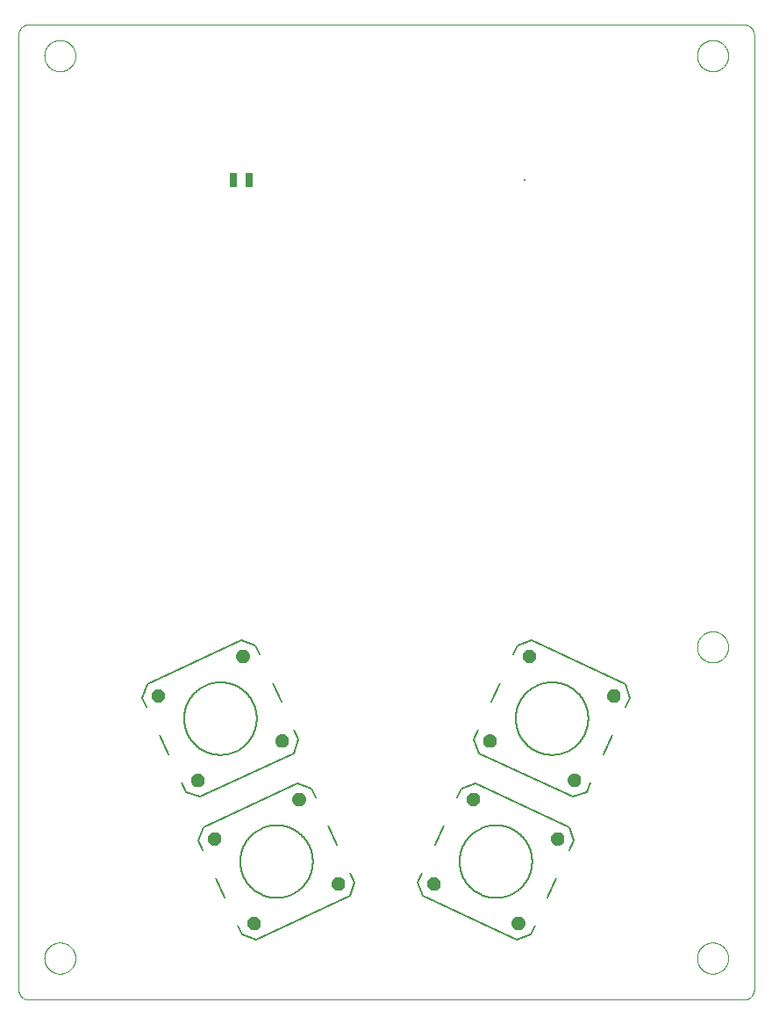
<source format=gbo>
G75*
%MOIN*%
%OFA0B0*%
%FSLAX25Y25*%
%IPPOS*%
%LPD*%
%AMOC8*
5,1,8,0,0,1.08239X$1,22.5*
%
%ADD10R,0.00339X0.00339*%
%ADD11R,0.01354X0.00339*%
%ADD12R,0.01016X0.00339*%
%ADD13R,0.02031X0.00339*%
%ADD14R,0.03047X0.00339*%
%ADD15R,0.03724X0.00339*%
%ADD16R,0.05079X0.00339*%
%ADD17R,0.05756X0.00339*%
%ADD18R,0.04740X0.00339*%
%ADD19R,0.01693X0.00339*%
%ADD20R,0.00677X0.00339*%
%ADD21R,0.03386X0.00339*%
%ADD22R,0.04402X0.00339*%
%ADD23R,0.02709X0.00339*%
%ADD24R,0.05417X0.00339*%
%ADD25R,0.02370X0.00339*%
%ADD26R,0.04063X0.00339*%
%ADD27R,0.06094X0.00339*%
%ADD28R,0.06772X0.00339*%
%ADD29C,0.00000*%
%ADD30R,0.10496X0.00339*%
%ADD31R,0.22685X0.00339*%
%ADD32R,0.32504X0.00339*%
%ADD33R,0.06433X0.00339*%
%ADD34R,0.07787X0.00339*%
%ADD35R,0.09142X0.00339*%
%ADD36R,0.09480X0.00339*%
%ADD37R,0.09819X0.00339*%
%ADD38R,0.07110X0.00339*%
%ADD39R,0.08126X0.00339*%
%ADD40R,0.07449X0.00339*%
%ADD41R,0.11850X0.00339*%
%ADD42R,0.22346X0.00339*%
%ADD43R,0.11173X0.00339*%
%ADD44R,0.00339X0.04063*%
%ADD45R,0.00339X0.00677*%
%ADD46R,0.00339X0.03047*%
%ADD47R,0.00339X0.02709*%
%ADD48R,0.00339X0.02031*%
%ADD49R,0.00339X0.01354*%
%ADD50R,0.00339X0.01693*%
%ADD51R,0.00339X0.02370*%
%ADD52R,0.00339X0.01016*%
%ADD53C,0.00800*%
%ADD54C,0.02756*%
%ADD55R,0.02559X0.05512*%
%ADD56R,0.00787X0.00787*%
D10*
X0047209Y0086008D03*
X0068201Y0047071D03*
X0069217Y0040976D03*
X0068201Y0031496D03*
X0209728Y0036236D03*
X0210406Y0038268D03*
X0210744Y0040299D03*
X0213453Y0040299D03*
X0214130Y0038606D03*
X0216161Y0038945D03*
X0213114Y0048087D03*
X0229705Y0091764D03*
X0234783Y0094134D03*
X0237492Y0092780D03*
X0236138Y0091087D03*
X0234445Y0101921D03*
X0186980Y0303591D03*
X0186980Y0307315D03*
X0189350Y0307315D03*
X0199846Y0307315D03*
X0198917Y0325417D03*
X0198917Y0325756D03*
X0198917Y0326094D03*
X0198917Y0326433D03*
X0198917Y0326772D03*
X0198917Y0327110D03*
X0198917Y0327449D03*
X0198917Y0327787D03*
X0198917Y0328126D03*
X0198917Y0328465D03*
X0198917Y0328803D03*
X0198917Y0329142D03*
X0198917Y0329480D03*
X0198917Y0329819D03*
X0198917Y0330157D03*
X0198917Y0330496D03*
X0198917Y0330835D03*
X0198917Y0331173D03*
X0198917Y0331512D03*
X0198917Y0331850D03*
X0198917Y0332189D03*
X0198917Y0332528D03*
X0198917Y0332866D03*
X0198917Y0333205D03*
X0198917Y0333543D03*
X0198917Y0333882D03*
X0198917Y0334220D03*
X0198917Y0334559D03*
X0198917Y0334898D03*
X0198917Y0335236D03*
X0198917Y0335575D03*
X0198917Y0335913D03*
X0198917Y0336252D03*
X0198917Y0336591D03*
X0198917Y0336929D03*
X0198917Y0337268D03*
X0198917Y0337606D03*
X0198917Y0337945D03*
X0198917Y0338283D03*
X0198917Y0338622D03*
X0198917Y0338961D03*
X0198917Y0339299D03*
X0198917Y0339638D03*
X0198917Y0339976D03*
X0198917Y0340315D03*
X0198917Y0340654D03*
X0198917Y0340992D03*
X0198917Y0341331D03*
X0198917Y0341669D03*
X0198917Y0342008D03*
X0198917Y0342346D03*
X0198917Y0342685D03*
X0198917Y0343024D03*
X0198917Y0343362D03*
X0198917Y0343701D03*
X0198917Y0344039D03*
X0190791Y0329142D03*
X0189098Y0328126D03*
X0188760Y0327449D03*
X0189437Y0327449D03*
X0189098Y0326772D03*
X0189776Y0326772D03*
X0190453Y0326433D03*
X0191130Y0326433D03*
X0190791Y0325756D03*
X0190791Y0327110D03*
X0188083Y0327787D03*
X0187406Y0326772D03*
X0187744Y0326094D03*
X0139327Y0338961D03*
X0101067Y0337268D03*
X0099713Y0339976D03*
D11*
X0100220Y0340315D03*
X0108685Y0337606D03*
X0102591Y0328803D03*
X0102591Y0328465D03*
X0102591Y0328126D03*
X0102591Y0327787D03*
X0102591Y0327449D03*
X0102591Y0327110D03*
X0102591Y0326772D03*
X0102591Y0326433D03*
X0102591Y0326094D03*
X0102591Y0325756D03*
X0102591Y0325417D03*
X0096157Y0326094D03*
X0096157Y0326433D03*
X0096157Y0326772D03*
X0096157Y0327110D03*
X0096157Y0327449D03*
X0096157Y0327787D03*
X0096157Y0328126D03*
X0096157Y0328465D03*
X0096157Y0328803D03*
X0091756Y0328465D03*
X0091756Y0328126D03*
X0091756Y0327787D03*
X0091756Y0327449D03*
X0091756Y0327110D03*
X0091756Y0326772D03*
X0091756Y0326433D03*
X0091756Y0326094D03*
X0088709Y0326094D03*
X0088709Y0326433D03*
X0088709Y0326772D03*
X0088709Y0327110D03*
X0088709Y0327449D03*
X0088709Y0327787D03*
X0088709Y0328126D03*
X0088709Y0328465D03*
X0088709Y0328803D03*
X0085323Y0329142D03*
X0085323Y0326772D03*
X0085323Y0326433D03*
X0085323Y0326094D03*
X0085323Y0325756D03*
X0085323Y0325417D03*
X0082276Y0325417D03*
X0082276Y0325756D03*
X0082276Y0327787D03*
X0082276Y0328126D03*
X0082276Y0328465D03*
X0082276Y0328803D03*
X0082276Y0329142D03*
X0114441Y0326433D03*
X0123244Y0327787D03*
X0123244Y0328803D03*
X0133063Y0328126D03*
X0133063Y0327787D03*
X0133063Y0327449D03*
X0133063Y0327110D03*
X0133063Y0326772D03*
X0133402Y0326433D03*
X0136110Y0326433D03*
X0136110Y0326094D03*
X0136110Y0326772D03*
X0136110Y0327110D03*
X0136110Y0327449D03*
X0136110Y0327787D03*
X0136110Y0328126D03*
X0136110Y0328465D03*
X0136110Y0328803D03*
X0148638Y0328803D03*
X0148638Y0328465D03*
X0148638Y0328126D03*
X0148638Y0327787D03*
X0148638Y0326772D03*
X0148638Y0326433D03*
X0148638Y0326094D03*
X0152024Y0326094D03*
X0152024Y0325756D03*
X0152024Y0325417D03*
X0152024Y0326433D03*
X0152024Y0326772D03*
X0152024Y0327787D03*
X0152024Y0328126D03*
X0152024Y0328465D03*
X0152024Y0328803D03*
X0152024Y0329142D03*
X0155071Y0329142D03*
X0155071Y0328803D03*
X0155071Y0328465D03*
X0155071Y0328126D03*
X0155071Y0327787D03*
X0155071Y0326772D03*
X0155071Y0326433D03*
X0155071Y0326094D03*
X0155071Y0325756D03*
X0155071Y0325417D03*
X0158795Y0326433D03*
X0170984Y0326433D03*
X0170984Y0326094D03*
X0170984Y0325756D03*
X0170984Y0325417D03*
X0170984Y0327110D03*
X0170984Y0327449D03*
X0170984Y0327787D03*
X0170984Y0328126D03*
X0171661Y0328465D03*
X0171661Y0328803D03*
X0173354Y0328803D03*
X0173354Y0328465D03*
X0174031Y0328126D03*
X0174031Y0327787D03*
X0174031Y0327449D03*
X0174031Y0327110D03*
X0174031Y0326433D03*
X0174031Y0326094D03*
X0174031Y0325756D03*
X0174031Y0325417D03*
X0177417Y0325417D03*
X0177417Y0325756D03*
X0177417Y0326094D03*
X0177417Y0326433D03*
X0177417Y0326772D03*
X0177417Y0327787D03*
X0177417Y0328126D03*
X0177417Y0328465D03*
X0177417Y0328803D03*
X0177417Y0329142D03*
X0180465Y0329142D03*
X0180465Y0328803D03*
X0180465Y0328465D03*
X0180465Y0328126D03*
X0180465Y0327787D03*
X0180465Y0326772D03*
X0180465Y0326433D03*
X0180465Y0326094D03*
X0180465Y0325756D03*
X0180465Y0325417D03*
X0190622Y0330835D03*
X0191976Y0331512D03*
X0191976Y0332866D03*
X0189945Y0332528D03*
X0189945Y0334220D03*
X0196378Y0331850D03*
X0234614Y0101583D03*
X0233260Y0098535D03*
X0232921Y0097858D03*
X0232583Y0097181D03*
X0234614Y0094472D03*
X0237661Y0094134D03*
X0236307Y0090748D03*
X0235969Y0090071D03*
X0234614Y0087024D03*
X0234276Y0086346D03*
X0231228Y0091764D03*
X0239354Y0097858D03*
X0213283Y0047748D03*
X0211929Y0044701D03*
X0211591Y0044024D03*
X0211252Y0043346D03*
X0213283Y0040638D03*
X0214638Y0038268D03*
X0216331Y0040299D03*
X0218024Y0044024D03*
X0214299Y0035559D03*
X0213283Y0033189D03*
X0212945Y0032512D03*
X0207866Y0035898D03*
X0208543Y0037591D03*
X0208882Y0038268D03*
X0069724Y0043008D03*
X0069724Y0043346D03*
X0069386Y0044024D03*
X0069047Y0044701D03*
X0068709Y0045378D03*
X0069386Y0041654D03*
X0064984Y0039283D03*
X0065661Y0037591D03*
X0066000Y0036913D03*
X0066339Y0036236D03*
X0067354Y0033866D03*
X0068370Y0031835D03*
X0063291Y0042669D03*
X0062953Y0043346D03*
X0062614Y0044024D03*
X0047378Y0086346D03*
X0046362Y0088378D03*
X0045346Y0090748D03*
X0045008Y0091425D03*
X0044669Y0092102D03*
X0042976Y0095827D03*
X0042638Y0096504D03*
X0041622Y0098535D03*
X0047378Y0100228D03*
D12*
X0047547Y0097858D03*
X0047547Y0097520D03*
X0043146Y0095488D03*
X0043146Y0095150D03*
X0043484Y0094811D03*
X0043484Y0094472D03*
X0042807Y0096165D03*
X0041453Y0098874D03*
X0041453Y0099213D03*
X0041114Y0099551D03*
X0044839Y0091764D03*
X0045177Y0091087D03*
X0045516Y0090409D03*
X0045516Y0090071D03*
X0045854Y0089732D03*
X0045854Y0089394D03*
X0046193Y0089055D03*
X0046193Y0088717D03*
X0066846Y0047409D03*
X0068539Y0045717D03*
X0068878Y0045039D03*
X0069217Y0044362D03*
X0069555Y0043685D03*
X0069217Y0041992D03*
X0069555Y0041315D03*
X0065831Y0037252D03*
X0066169Y0036575D03*
X0066508Y0035898D03*
X0066508Y0035559D03*
X0066846Y0035220D03*
X0066846Y0034882D03*
X0067185Y0034543D03*
X0067185Y0034205D03*
X0063461Y0042331D03*
X0063122Y0043008D03*
X0062783Y0043685D03*
X0062445Y0044362D03*
X0062445Y0044701D03*
X0062106Y0045039D03*
X0208035Y0036575D03*
X0208035Y0036236D03*
X0208374Y0036913D03*
X0208374Y0037252D03*
X0208713Y0037929D03*
X0210744Y0039961D03*
X0211421Y0043685D03*
X0211760Y0044362D03*
X0212098Y0045039D03*
X0212098Y0045378D03*
X0212437Y0045717D03*
X0215823Y0043685D03*
X0215823Y0043346D03*
X0216161Y0044024D03*
X0216500Y0039961D03*
X0216161Y0039622D03*
X0216161Y0039283D03*
X0214130Y0035220D03*
X0214130Y0034882D03*
X0213791Y0034543D03*
X0213791Y0034205D03*
X0213453Y0033866D03*
X0213453Y0033528D03*
X0213114Y0032850D03*
X0212776Y0032173D03*
X0212776Y0031835D03*
X0209051Y0033528D03*
X0234106Y0085669D03*
X0234106Y0086008D03*
X0234445Y0086685D03*
X0234783Y0087362D03*
X0235799Y0089732D03*
X0236138Y0090409D03*
X0237492Y0093118D03*
X0237492Y0093457D03*
X0237831Y0093795D03*
X0237154Y0097181D03*
X0237154Y0097520D03*
X0237492Y0097858D03*
X0233768Y0099551D03*
X0233429Y0099213D03*
X0233429Y0098874D03*
X0233091Y0098197D03*
X0232752Y0097520D03*
X0188421Y0325417D03*
X0188760Y0330496D03*
X0188760Y0332189D03*
X0192484Y0328465D03*
X0194516Y0328465D03*
X0196547Y0330157D03*
X0196547Y0330496D03*
X0196547Y0332189D03*
X0196547Y0332528D03*
X0180295Y0329480D03*
X0177248Y0329480D03*
X0167768Y0329480D03*
X0167768Y0329142D03*
X0167768Y0326772D03*
X0167768Y0326433D03*
X0167768Y0326094D03*
X0167768Y0325756D03*
X0167768Y0325417D03*
X0164720Y0325417D03*
X0164720Y0325756D03*
X0164720Y0327787D03*
X0164720Y0328126D03*
X0164720Y0328465D03*
X0164720Y0328803D03*
X0164720Y0329142D03*
X0164720Y0329480D03*
X0161335Y0328803D03*
X0161335Y0328465D03*
X0161335Y0328126D03*
X0161335Y0327787D03*
X0161335Y0327449D03*
X0161335Y0327110D03*
X0161335Y0326772D03*
X0161335Y0326433D03*
X0161335Y0326094D03*
X0158965Y0326094D03*
X0158287Y0326772D03*
X0158287Y0327110D03*
X0158287Y0327449D03*
X0158287Y0327787D03*
X0158287Y0328126D03*
X0158965Y0328465D03*
X0158965Y0328803D03*
X0160319Y0333205D03*
X0160319Y0333543D03*
X0160319Y0333882D03*
X0160319Y0334220D03*
X0160319Y0334559D03*
X0160319Y0334898D03*
X0160319Y0335236D03*
X0160319Y0335575D03*
X0160319Y0335913D03*
X0160319Y0336252D03*
X0160319Y0336591D03*
X0160319Y0336929D03*
X0160319Y0337268D03*
X0160319Y0337606D03*
X0160319Y0337945D03*
X0160319Y0338283D03*
X0160319Y0338622D03*
X0160319Y0338961D03*
X0160319Y0339299D03*
X0160319Y0339638D03*
X0160319Y0339976D03*
X0160319Y0340315D03*
X0160319Y0340654D03*
X0160319Y0340992D03*
X0160319Y0341331D03*
X0160996Y0343024D03*
X0162689Y0333205D03*
X0154902Y0329480D03*
X0151854Y0329480D03*
X0142374Y0329480D03*
X0142374Y0329142D03*
X0142374Y0328803D03*
X0142374Y0328465D03*
X0142374Y0328126D03*
X0142374Y0327787D03*
X0142374Y0327449D03*
X0142374Y0327110D03*
X0142374Y0326772D03*
X0142374Y0326433D03*
X0142374Y0326094D03*
X0139327Y0334898D03*
X0139327Y0335236D03*
X0139327Y0335575D03*
X0139327Y0335913D03*
X0139327Y0336252D03*
X0139327Y0336591D03*
X0139327Y0336929D03*
X0139327Y0339299D03*
X0139327Y0339638D03*
X0139327Y0339976D03*
X0139327Y0340315D03*
X0139327Y0340654D03*
X0139327Y0340992D03*
X0139327Y0341331D03*
X0131878Y0340654D03*
X0133571Y0328803D03*
X0133571Y0328465D03*
X0133571Y0326094D03*
X0123413Y0326094D03*
X0123413Y0326433D03*
X0123413Y0326772D03*
X0123413Y0328126D03*
X0123413Y0328465D03*
X0116980Y0328465D03*
X0116980Y0328803D03*
X0116980Y0328126D03*
X0116980Y0327787D03*
X0116980Y0327449D03*
X0116980Y0327110D03*
X0116980Y0326772D03*
X0116980Y0326433D03*
X0116980Y0326094D03*
X0114610Y0326094D03*
X0113933Y0326772D03*
X0113933Y0327110D03*
X0113933Y0327449D03*
X0113933Y0327787D03*
X0113933Y0328126D03*
X0114610Y0328465D03*
X0114610Y0328803D03*
X0108854Y0328803D03*
X0108854Y0328465D03*
X0108854Y0328126D03*
X0108854Y0327787D03*
X0108854Y0327449D03*
X0108854Y0327110D03*
X0108854Y0326772D03*
X0108854Y0326433D03*
X0108854Y0326094D03*
X0100390Y0336252D03*
X0091587Y0328803D03*
X0085492Y0334220D03*
D13*
X0087693Y0338622D03*
X0087693Y0338961D03*
X0087693Y0339299D03*
X0084984Y0328465D03*
X0082614Y0326433D03*
X0082614Y0326094D03*
X0115457Y0339976D03*
X0189945Y0333882D03*
X0189945Y0333543D03*
X0189945Y0333205D03*
X0189945Y0332866D03*
X0191976Y0332528D03*
X0191976Y0332189D03*
X0191976Y0331850D03*
X0190622Y0330157D03*
X0237323Y0096843D03*
X0237661Y0094811D03*
X0234276Y0094811D03*
X0215992Y0043008D03*
X0216331Y0040976D03*
X0212945Y0040976D03*
X0209898Y0039283D03*
X0209559Y0038606D03*
X0069386Y0042669D03*
X0065661Y0043685D03*
X0066000Y0045378D03*
X0064984Y0040299D03*
X0065323Y0039622D03*
X0068709Y0032173D03*
X0047717Y0086685D03*
X0042976Y0096843D03*
D14*
X0047886Y0087024D03*
X0065154Y0040976D03*
X0068878Y0032512D03*
X0214130Y0047071D03*
X0234106Y0088378D03*
X0230720Y0090748D03*
X0235461Y0100906D03*
X0160319Y0325417D03*
X0160319Y0325756D03*
X0160319Y0329142D03*
X0135264Y0329142D03*
X0135264Y0325417D03*
X0115965Y0325417D03*
X0115965Y0325756D03*
X0115965Y0329142D03*
X0111902Y0338622D03*
X0111563Y0338961D03*
X0111224Y0339299D03*
X0110886Y0339638D03*
X0110547Y0339976D03*
X0105130Y0339976D03*
X0105130Y0339638D03*
X0105130Y0339299D03*
X0105130Y0336252D03*
X0101067Y0334220D03*
X0100728Y0340654D03*
X0096665Y0340654D03*
X0096665Y0340992D03*
X0093280Y0336929D03*
X0092941Y0336591D03*
X0092264Y0338961D03*
X0091587Y0340654D03*
X0087185Y0340315D03*
X0083122Y0340654D03*
X0085154Y0334559D03*
X0090232Y0329142D03*
X0090232Y0325756D03*
X0090232Y0325417D03*
X0196547Y0331173D03*
X0196547Y0331512D03*
D15*
X0147453Y0327449D03*
X0135602Y0338961D03*
X0122059Y0327449D03*
X0114610Y0340315D03*
X0108854Y0329480D03*
X0108854Y0329142D03*
X0108854Y0325756D03*
X0108854Y0325417D03*
X0102421Y0329142D03*
X0092264Y0335913D03*
X0091925Y0335575D03*
X0087185Y0340654D03*
X0085154Y0342685D03*
X0048224Y0087362D03*
X0064815Y0041992D03*
X0069217Y0032850D03*
D16*
X0069555Y0033189D03*
X0048563Y0087701D03*
X0043823Y0097858D03*
X0045516Y0098535D03*
X0128154Y0333205D03*
X0128154Y0333543D03*
X0135602Y0333543D03*
X0135602Y0333205D03*
X0135602Y0342346D03*
X0135602Y0342685D03*
X0135602Y0343024D03*
X0174201Y0343024D03*
X0174201Y0342685D03*
X0233429Y0089055D03*
D17*
X0235461Y0095827D03*
X0235461Y0096165D03*
X0236138Y0099890D03*
X0214807Y0046055D03*
X0214130Y0042331D03*
X0214130Y0041992D03*
X0069894Y0033528D03*
X0048902Y0088039D03*
X0085154Y0335236D03*
X0085154Y0342008D03*
X0094972Y0337606D03*
X0094972Y0337268D03*
X0126799Y0336929D03*
X0126799Y0336591D03*
X0175217Y0338961D03*
X0175217Y0339299D03*
X0175217Y0339638D03*
D18*
X0174031Y0342346D03*
X0135433Y0333882D03*
X0127984Y0333882D03*
X0084984Y0334898D03*
X0084984Y0342346D03*
X0046024Y0098874D03*
X0050764Y0088717D03*
X0050087Y0088378D03*
X0071756Y0034205D03*
X0071079Y0033866D03*
X0213283Y0036913D03*
X0216669Y0045378D03*
X0215992Y0045717D03*
X0214638Y0046394D03*
X0231906Y0089732D03*
X0231228Y0090071D03*
X0235969Y0100228D03*
X0237323Y0099551D03*
X0238000Y0099213D03*
D19*
X0232752Y0096843D03*
X0234783Y0087701D03*
X0211421Y0043008D03*
X0208035Y0035559D03*
X0208713Y0033866D03*
X0072941Y0035559D03*
X0069217Y0042331D03*
X0066508Y0047071D03*
X0051949Y0090071D03*
X0165059Y0326094D03*
X0165059Y0326433D03*
X0167429Y0328465D03*
X0167429Y0328803D03*
X0172508Y0329142D03*
X0172508Y0329480D03*
X0180634Y0334220D03*
X0180634Y0334559D03*
X0180634Y0334898D03*
X0180634Y0335236D03*
X0180634Y0335575D03*
X0180634Y0335913D03*
X0180634Y0336252D03*
X0180634Y0336591D03*
X0180634Y0336929D03*
X0180634Y0337268D03*
X0180634Y0337606D03*
X0180634Y0337945D03*
X0180634Y0338283D03*
X0180634Y0338622D03*
X0180634Y0338961D03*
X0180634Y0339299D03*
X0180634Y0339638D03*
X0180634Y0339976D03*
X0180634Y0340315D03*
X0180634Y0340654D03*
X0180634Y0340992D03*
X0180634Y0341331D03*
X0180634Y0341669D03*
X0180634Y0342008D03*
X0189098Y0341669D03*
X0189098Y0341331D03*
X0189098Y0340992D03*
X0189098Y0340654D03*
X0189098Y0340315D03*
X0189098Y0339976D03*
X0189098Y0339638D03*
X0189098Y0339299D03*
X0189098Y0338961D03*
X0189098Y0338622D03*
X0189098Y0338283D03*
X0189098Y0337945D03*
X0189098Y0337606D03*
X0189098Y0337268D03*
X0189098Y0336929D03*
X0189098Y0336591D03*
X0188760Y0331850D03*
X0188760Y0331512D03*
X0188760Y0331173D03*
X0188760Y0330835D03*
X0190791Y0330496D03*
X0190791Y0329819D03*
X0190791Y0329480D03*
X0197224Y0336591D03*
X0197224Y0336929D03*
X0197224Y0337268D03*
X0197224Y0337606D03*
X0197224Y0337945D03*
X0197224Y0338283D03*
X0197224Y0338622D03*
X0197224Y0338961D03*
X0197224Y0339299D03*
X0197224Y0339638D03*
X0197224Y0339976D03*
X0197224Y0340315D03*
X0197224Y0340654D03*
X0197224Y0340992D03*
X0197224Y0341331D03*
X0197224Y0341669D03*
X0149823Y0341669D03*
X0149823Y0342008D03*
X0149823Y0342346D03*
X0149823Y0342685D03*
X0149823Y0343024D03*
X0149823Y0338622D03*
X0149823Y0338283D03*
X0149823Y0337945D03*
X0149823Y0337606D03*
X0149823Y0337268D03*
X0149823Y0334559D03*
X0149823Y0334220D03*
X0149823Y0333882D03*
X0149823Y0333543D03*
X0149823Y0333205D03*
X0142374Y0333205D03*
X0142374Y0333543D03*
X0142374Y0333882D03*
X0142374Y0334220D03*
X0142374Y0334559D03*
X0142374Y0334898D03*
X0142374Y0335236D03*
X0142374Y0335575D03*
X0142374Y0335913D03*
X0142374Y0336252D03*
X0142374Y0336591D03*
X0142374Y0336929D03*
X0142374Y0337268D03*
X0142374Y0337606D03*
X0142374Y0337945D03*
X0142374Y0338283D03*
X0142374Y0338622D03*
X0142374Y0338961D03*
X0142374Y0339299D03*
X0142374Y0339638D03*
X0142374Y0339976D03*
X0142374Y0340315D03*
X0142374Y0340654D03*
X0142374Y0340992D03*
X0142374Y0341331D03*
X0142374Y0341669D03*
X0142374Y0342008D03*
X0142374Y0342346D03*
X0142374Y0342685D03*
X0142374Y0343024D03*
X0121382Y0343024D03*
X0121382Y0342685D03*
X0121382Y0342346D03*
X0121382Y0342008D03*
X0121382Y0341669D03*
X0121382Y0341331D03*
X0121382Y0340992D03*
X0121382Y0340654D03*
X0121382Y0340315D03*
X0121382Y0339976D03*
X0121382Y0339638D03*
X0121382Y0339299D03*
X0121382Y0338961D03*
X0121382Y0338622D03*
X0121382Y0338283D03*
X0121382Y0337945D03*
X0121382Y0337606D03*
X0121382Y0337268D03*
X0121382Y0336929D03*
X0121382Y0336591D03*
X0121382Y0336252D03*
X0121382Y0335913D03*
X0121382Y0335575D03*
X0121382Y0335236D03*
X0121382Y0334898D03*
X0121382Y0334559D03*
X0121382Y0334220D03*
X0092264Y0334559D03*
X0085154Y0328803D03*
X0085492Y0343024D03*
D20*
X0092433Y0334220D03*
X0085323Y0329480D03*
X0082276Y0329480D03*
X0124260Y0334898D03*
X0124260Y0335236D03*
X0124260Y0335575D03*
X0124260Y0335913D03*
X0124260Y0336252D03*
X0124260Y0338961D03*
X0124260Y0339299D03*
X0124260Y0339638D03*
X0124260Y0339976D03*
X0124260Y0340315D03*
X0124260Y0340654D03*
X0124260Y0340992D03*
X0124260Y0341331D03*
X0124260Y0341669D03*
X0124260Y0342008D03*
X0124260Y0342346D03*
X0124260Y0342685D03*
X0124260Y0343024D03*
X0131709Y0341331D03*
X0131709Y0340992D03*
X0131709Y0340315D03*
X0131709Y0339976D03*
X0131709Y0339638D03*
X0131709Y0339299D03*
X0131709Y0338961D03*
X0131709Y0338622D03*
X0131709Y0338283D03*
X0131709Y0337945D03*
X0131709Y0337606D03*
X0131709Y0337268D03*
X0131709Y0336929D03*
X0131709Y0336591D03*
X0131709Y0336252D03*
X0131709Y0335913D03*
X0131709Y0335575D03*
X0131709Y0335236D03*
X0131709Y0334898D03*
X0161165Y0342346D03*
X0161165Y0342685D03*
X0162858Y0341331D03*
X0162858Y0340992D03*
X0162858Y0340654D03*
X0162858Y0340315D03*
X0162858Y0339976D03*
X0162858Y0339638D03*
X0162858Y0339299D03*
X0162858Y0338961D03*
X0162858Y0338622D03*
X0162858Y0338283D03*
X0162858Y0337945D03*
X0162858Y0337606D03*
X0162858Y0337268D03*
X0162858Y0336929D03*
X0162858Y0336591D03*
X0162858Y0336252D03*
X0162858Y0335913D03*
X0162858Y0335575D03*
X0162858Y0335236D03*
X0162858Y0334898D03*
X0162858Y0334559D03*
X0162858Y0334220D03*
X0162858Y0333882D03*
X0162858Y0333543D03*
X0170307Y0333543D03*
X0170307Y0333205D03*
X0170307Y0333882D03*
X0170307Y0334220D03*
X0170307Y0334559D03*
X0170307Y0334898D03*
X0170307Y0335236D03*
X0170307Y0335575D03*
X0170307Y0335913D03*
X0170307Y0336252D03*
X0170307Y0336591D03*
X0170307Y0336929D03*
X0170307Y0338961D03*
X0170307Y0339299D03*
X0170307Y0339638D03*
X0170307Y0339976D03*
X0170307Y0340315D03*
X0170307Y0340654D03*
X0170307Y0340992D03*
X0170307Y0341331D03*
X0177756Y0341331D03*
X0177756Y0340992D03*
X0177756Y0340654D03*
X0177756Y0340315D03*
X0177756Y0339976D03*
X0177756Y0336929D03*
X0177756Y0336591D03*
X0177756Y0336252D03*
X0177756Y0335913D03*
X0177756Y0335575D03*
X0177756Y0335236D03*
X0177756Y0334898D03*
X0187236Y0334898D03*
X0187236Y0335236D03*
X0187236Y0335575D03*
X0187236Y0335913D03*
X0187236Y0336252D03*
X0187236Y0336591D03*
X0187236Y0336929D03*
X0187236Y0337268D03*
X0187236Y0337606D03*
X0187236Y0337945D03*
X0187236Y0338283D03*
X0187236Y0338622D03*
X0187236Y0338961D03*
X0187236Y0339299D03*
X0187236Y0339638D03*
X0187236Y0339976D03*
X0187236Y0340315D03*
X0187236Y0340654D03*
X0187236Y0340992D03*
X0187236Y0341331D03*
X0187236Y0341669D03*
X0187236Y0342008D03*
X0187236Y0342346D03*
X0187236Y0342685D03*
X0187236Y0343024D03*
X0187236Y0343362D03*
X0187236Y0343701D03*
X0187236Y0344039D03*
X0187236Y0334559D03*
X0187236Y0334220D03*
X0187236Y0333882D03*
X0187236Y0333543D03*
X0187236Y0333205D03*
X0187236Y0332866D03*
X0187236Y0332528D03*
X0187236Y0332189D03*
X0187236Y0331850D03*
X0187236Y0331512D03*
X0187236Y0331173D03*
X0187236Y0330835D03*
X0187236Y0330496D03*
X0187236Y0330157D03*
X0187236Y0329819D03*
X0187236Y0329480D03*
X0187236Y0329142D03*
X0187236Y0328803D03*
X0187236Y0328465D03*
X0187236Y0328126D03*
X0187236Y0327787D03*
X0187236Y0327449D03*
X0187236Y0327110D03*
X0187575Y0326433D03*
X0187913Y0325756D03*
X0192992Y0328126D03*
X0195024Y0328126D03*
X0196378Y0329819D03*
X0047717Y0100567D03*
X0041283Y0099890D03*
X0044669Y0092441D03*
X0052457Y0090409D03*
X0062276Y0045378D03*
X0064646Y0038945D03*
X0065661Y0037929D03*
X0073449Y0035898D03*
X0210575Y0033866D03*
X0211591Y0037591D03*
X0214299Y0043008D03*
X0218362Y0043685D03*
X0231228Y0092102D03*
X0235630Y0096843D03*
X0239693Y0097520D03*
D21*
X0238677Y0098197D03*
X0238677Y0098535D03*
X0236646Y0096504D03*
X0233937Y0095488D03*
X0233937Y0095150D03*
X0217346Y0044701D03*
X0217346Y0044362D03*
X0215315Y0042669D03*
X0212606Y0041654D03*
X0212606Y0041315D03*
X0214299Y0037929D03*
X0214299Y0037591D03*
X0210913Y0035559D03*
X0209220Y0034205D03*
X0072433Y0034882D03*
X0064984Y0041315D03*
X0064984Y0041654D03*
X0067354Y0046055D03*
X0067016Y0046394D03*
X0067016Y0046732D03*
X0051441Y0089394D03*
X0046701Y0099551D03*
X0043315Y0097181D03*
X0096157Y0325417D03*
X0096157Y0325756D03*
X0096157Y0329142D03*
X0096157Y0329480D03*
X0102591Y0329480D03*
X0105299Y0336591D03*
X0105299Y0336929D03*
X0105299Y0337268D03*
X0104961Y0340315D03*
X0104961Y0340654D03*
X0109701Y0336929D03*
X0110378Y0340315D03*
X0122228Y0327110D03*
X0127984Y0334220D03*
X0127984Y0334559D03*
X0127984Y0334898D03*
X0127984Y0335236D03*
X0127984Y0335575D03*
X0127984Y0335913D03*
X0127984Y0336252D03*
X0127984Y0338283D03*
X0127984Y0338622D03*
X0127984Y0338961D03*
X0127984Y0339299D03*
X0127984Y0339638D03*
X0127984Y0339976D03*
X0127984Y0340315D03*
X0127984Y0340654D03*
X0127984Y0340992D03*
X0127984Y0341331D03*
X0127984Y0341669D03*
X0127984Y0342008D03*
X0135433Y0342008D03*
X0135433Y0341669D03*
X0135433Y0341331D03*
X0135433Y0340992D03*
X0135433Y0340654D03*
X0135433Y0340315D03*
X0135433Y0339976D03*
X0135433Y0339638D03*
X0135433Y0339299D03*
X0135433Y0337945D03*
X0135433Y0337606D03*
X0135433Y0337268D03*
X0135433Y0336929D03*
X0135433Y0336591D03*
X0135433Y0336252D03*
X0135433Y0335913D03*
X0135433Y0335575D03*
X0135433Y0335236D03*
X0135433Y0334898D03*
X0135433Y0334559D03*
X0135433Y0334220D03*
X0135094Y0325756D03*
X0147622Y0327110D03*
X0156425Y0333205D03*
X0156425Y0333543D03*
X0156425Y0333882D03*
X0156425Y0334220D03*
X0156425Y0334559D03*
X0156425Y0334898D03*
X0156425Y0335236D03*
X0156425Y0335575D03*
X0156425Y0335913D03*
X0156425Y0336252D03*
X0156425Y0336591D03*
X0156425Y0336929D03*
X0156425Y0337268D03*
X0156425Y0337606D03*
X0156425Y0337945D03*
X0156425Y0338283D03*
X0156425Y0338622D03*
X0156425Y0338961D03*
X0156425Y0339299D03*
X0156425Y0339638D03*
X0156425Y0339976D03*
X0156425Y0340315D03*
X0156425Y0340654D03*
X0156425Y0340992D03*
X0156425Y0341331D03*
X0156425Y0341669D03*
X0156425Y0342008D03*
X0166583Y0342008D03*
X0166583Y0341669D03*
X0166583Y0341331D03*
X0166583Y0340992D03*
X0166583Y0340654D03*
X0166583Y0340315D03*
X0166583Y0339976D03*
X0166583Y0339638D03*
X0166583Y0339299D03*
X0166583Y0338961D03*
X0166583Y0338622D03*
X0166583Y0338283D03*
X0166583Y0337945D03*
X0166583Y0337606D03*
X0166583Y0337268D03*
X0166583Y0336929D03*
X0166583Y0336591D03*
X0166583Y0336252D03*
X0166583Y0335913D03*
X0166583Y0335575D03*
X0166583Y0335236D03*
X0166583Y0334898D03*
X0166583Y0334559D03*
X0166583Y0334220D03*
X0166583Y0333882D03*
X0166583Y0333543D03*
X0166583Y0333205D03*
X0174031Y0333205D03*
X0174031Y0333543D03*
X0174031Y0333882D03*
X0174031Y0334220D03*
X0174031Y0334559D03*
X0174031Y0334898D03*
X0174031Y0335236D03*
X0174031Y0335575D03*
X0174031Y0335913D03*
X0174031Y0336252D03*
X0174031Y0336591D03*
X0174031Y0336929D03*
X0174031Y0337268D03*
X0174031Y0337606D03*
X0174031Y0337945D03*
X0174031Y0338283D03*
X0174031Y0338622D03*
X0174031Y0339976D03*
X0174031Y0340315D03*
X0174031Y0340654D03*
X0174031Y0340992D03*
X0174031Y0341331D03*
X0174031Y0341669D03*
X0174031Y0342008D03*
X0092433Y0336252D03*
X0091756Y0335236D03*
D22*
X0094634Y0342685D03*
X0083799Y0327449D03*
X0083799Y0327110D03*
X0110209Y0336591D03*
X0127476Y0337268D03*
X0128492Y0342685D03*
X0128492Y0343024D03*
X0135941Y0338622D03*
X0135941Y0338283D03*
X0147114Y0329142D03*
X0147114Y0325417D03*
X0153547Y0327110D03*
X0153547Y0327449D03*
X0156933Y0342685D03*
X0156933Y0343024D03*
X0172508Y0326772D03*
X0178941Y0327110D03*
X0178941Y0327449D03*
X0238508Y0098874D03*
X0217177Y0045039D03*
X0213453Y0037252D03*
X0213114Y0036575D03*
X0213114Y0036236D03*
X0210067Y0034882D03*
X0210067Y0034543D03*
X0072264Y0034543D03*
X0051272Y0089055D03*
X0046531Y0099213D03*
D23*
X0047039Y0099890D03*
X0051780Y0089732D03*
X0064984Y0040638D03*
X0072772Y0035220D03*
X0237661Y0095488D03*
X0084646Y0327787D03*
X0090063Y0329480D03*
X0087354Y0336591D03*
X0087354Y0339976D03*
X0082614Y0339976D03*
X0082614Y0338622D03*
X0082953Y0337606D03*
X0083291Y0336591D03*
X0091756Y0339299D03*
X0091756Y0339638D03*
X0091756Y0339976D03*
X0091756Y0340315D03*
X0096496Y0340315D03*
X0096496Y0339976D03*
X0096496Y0339638D03*
X0096496Y0339299D03*
X0096496Y0338961D03*
X0101913Y0339299D03*
X0104622Y0343024D03*
X0112409Y0338283D03*
X0112748Y0337945D03*
X0113087Y0337606D03*
X0113425Y0337268D03*
X0113764Y0336929D03*
X0114102Y0336591D03*
X0116134Y0329480D03*
X0135094Y0329480D03*
X0160488Y0329480D03*
X0196378Y0330835D03*
D24*
X0103268Y0342685D03*
X0209898Y0035220D03*
X0212268Y0035898D03*
D25*
X0209728Y0038945D03*
X0210067Y0039622D03*
X0211760Y0042669D03*
X0213791Y0047409D03*
X0216500Y0041654D03*
X0216500Y0041315D03*
X0216161Y0040638D03*
X0234445Y0088039D03*
X0230382Y0091087D03*
X0230382Y0091425D03*
X0233091Y0096504D03*
X0235122Y0101244D03*
X0237831Y0095150D03*
X0237492Y0094472D03*
X0066508Y0045717D03*
X0066169Y0045039D03*
X0066169Y0044701D03*
X0065831Y0044362D03*
X0065492Y0044024D03*
X0065831Y0043346D03*
X0065831Y0043008D03*
X0066169Y0042669D03*
X0066169Y0042331D03*
X0065154Y0039961D03*
X0082783Y0326772D03*
X0084815Y0328126D03*
X0091925Y0334898D03*
X0096327Y0334898D03*
X0096327Y0335236D03*
X0096327Y0335575D03*
X0096327Y0335913D03*
X0096327Y0336252D03*
X0096327Y0336591D03*
X0096327Y0336929D03*
X0096327Y0334559D03*
X0093957Y0343024D03*
X0087524Y0339638D03*
X0087524Y0338283D03*
X0087524Y0337945D03*
X0087524Y0337606D03*
X0087524Y0337268D03*
X0087524Y0336929D03*
X0083122Y0336929D03*
X0083122Y0337268D03*
X0082783Y0337945D03*
X0082783Y0338283D03*
X0082445Y0338961D03*
X0082445Y0339299D03*
X0082445Y0339638D03*
X0082783Y0340315D03*
X0109193Y0337268D03*
X0114610Y0334220D03*
X0121720Y0333882D03*
X0121720Y0333543D03*
X0121720Y0333205D03*
X0165398Y0326772D03*
X0167091Y0327787D03*
X0167091Y0328126D03*
X0180295Y0333205D03*
X0180295Y0333543D03*
X0180295Y0333882D03*
X0180295Y0342346D03*
X0180295Y0342685D03*
X0180295Y0343024D03*
D26*
X0166921Y0343024D03*
X0166921Y0342685D03*
X0166921Y0342346D03*
X0156764Y0342346D03*
X0151008Y0341331D03*
X0151008Y0340992D03*
X0151008Y0340654D03*
X0151008Y0340315D03*
X0151008Y0339976D03*
X0151008Y0339638D03*
X0151008Y0339299D03*
X0151008Y0338961D03*
X0151008Y0336929D03*
X0151008Y0336591D03*
X0151008Y0336252D03*
X0151008Y0335913D03*
X0151008Y0335575D03*
X0151008Y0335236D03*
X0151008Y0334898D03*
X0147283Y0329480D03*
X0147283Y0325756D03*
X0140850Y0325756D03*
X0140850Y0325417D03*
X0127646Y0337606D03*
X0127646Y0337945D03*
X0128323Y0342346D03*
X0121890Y0329480D03*
X0121890Y0329142D03*
X0121890Y0325756D03*
X0121890Y0325417D03*
X0092094Y0340992D03*
X0166244Y0327449D03*
X0166244Y0327110D03*
X0235630Y0100567D03*
X0230890Y0090409D03*
X0233937Y0088717D03*
X0214299Y0046732D03*
X0043654Y0097520D03*
D27*
X0085323Y0335575D03*
X0085323Y0341669D03*
X0103945Y0337945D03*
X0112071Y0343024D03*
X0233260Y0089394D03*
D28*
X0102929Y0334559D03*
X0102929Y0334898D03*
X0103268Y0335575D03*
X0103268Y0335913D03*
X0094803Y0342008D03*
X0085323Y0341331D03*
X0085323Y0336252D03*
X0044669Y0098197D03*
D29*
X0005437Y0002252D02*
X0277091Y0002252D01*
X0277215Y0002254D01*
X0277338Y0002260D01*
X0277462Y0002269D01*
X0277584Y0002283D01*
X0277707Y0002300D01*
X0277829Y0002322D01*
X0277950Y0002347D01*
X0278070Y0002376D01*
X0278189Y0002408D01*
X0278308Y0002445D01*
X0278425Y0002485D01*
X0278540Y0002528D01*
X0278655Y0002576D01*
X0278767Y0002627D01*
X0278878Y0002681D01*
X0278988Y0002739D01*
X0279095Y0002800D01*
X0279201Y0002865D01*
X0279304Y0002933D01*
X0279405Y0003004D01*
X0279504Y0003078D01*
X0279601Y0003155D01*
X0279695Y0003236D01*
X0279786Y0003319D01*
X0279875Y0003405D01*
X0279961Y0003494D01*
X0280044Y0003585D01*
X0280125Y0003679D01*
X0280202Y0003776D01*
X0280276Y0003875D01*
X0280347Y0003976D01*
X0280415Y0004079D01*
X0280480Y0004185D01*
X0280541Y0004292D01*
X0280599Y0004402D01*
X0280653Y0004513D01*
X0280704Y0004625D01*
X0280752Y0004740D01*
X0280795Y0004855D01*
X0280835Y0004972D01*
X0280872Y0005091D01*
X0280904Y0005210D01*
X0280933Y0005330D01*
X0280958Y0005451D01*
X0280980Y0005573D01*
X0280997Y0005696D01*
X0281011Y0005818D01*
X0281020Y0005942D01*
X0281026Y0006065D01*
X0281028Y0006189D01*
X0281028Y0368394D01*
X0281026Y0368518D01*
X0281020Y0368641D01*
X0281011Y0368765D01*
X0280997Y0368887D01*
X0280980Y0369010D01*
X0280958Y0369132D01*
X0280933Y0369253D01*
X0280904Y0369373D01*
X0280872Y0369492D01*
X0280835Y0369611D01*
X0280795Y0369728D01*
X0280752Y0369843D01*
X0280704Y0369958D01*
X0280653Y0370070D01*
X0280599Y0370181D01*
X0280541Y0370291D01*
X0280480Y0370398D01*
X0280415Y0370504D01*
X0280347Y0370607D01*
X0280276Y0370708D01*
X0280202Y0370807D01*
X0280125Y0370904D01*
X0280044Y0370998D01*
X0279961Y0371089D01*
X0279875Y0371178D01*
X0279786Y0371264D01*
X0279695Y0371347D01*
X0279601Y0371428D01*
X0279504Y0371505D01*
X0279405Y0371579D01*
X0279304Y0371650D01*
X0279201Y0371718D01*
X0279095Y0371783D01*
X0278988Y0371844D01*
X0278878Y0371902D01*
X0278767Y0371956D01*
X0278655Y0372007D01*
X0278540Y0372055D01*
X0278425Y0372098D01*
X0278308Y0372138D01*
X0278189Y0372175D01*
X0278070Y0372207D01*
X0277950Y0372236D01*
X0277829Y0372261D01*
X0277707Y0372283D01*
X0277584Y0372300D01*
X0277462Y0372314D01*
X0277338Y0372323D01*
X0277215Y0372329D01*
X0277091Y0372331D01*
X0005437Y0372331D01*
X0005313Y0372329D01*
X0005190Y0372323D01*
X0005066Y0372314D01*
X0004944Y0372300D01*
X0004821Y0372283D01*
X0004699Y0372261D01*
X0004578Y0372236D01*
X0004458Y0372207D01*
X0004339Y0372175D01*
X0004220Y0372138D01*
X0004103Y0372098D01*
X0003988Y0372055D01*
X0003873Y0372007D01*
X0003761Y0371956D01*
X0003650Y0371902D01*
X0003540Y0371844D01*
X0003433Y0371783D01*
X0003327Y0371718D01*
X0003224Y0371650D01*
X0003123Y0371579D01*
X0003024Y0371505D01*
X0002927Y0371428D01*
X0002833Y0371347D01*
X0002742Y0371264D01*
X0002653Y0371178D01*
X0002567Y0371089D01*
X0002484Y0370998D01*
X0002403Y0370904D01*
X0002326Y0370807D01*
X0002252Y0370708D01*
X0002181Y0370607D01*
X0002113Y0370504D01*
X0002048Y0370398D01*
X0001987Y0370291D01*
X0001929Y0370181D01*
X0001875Y0370070D01*
X0001824Y0369958D01*
X0001776Y0369843D01*
X0001733Y0369728D01*
X0001693Y0369611D01*
X0001656Y0369492D01*
X0001624Y0369373D01*
X0001595Y0369253D01*
X0001570Y0369132D01*
X0001548Y0369010D01*
X0001531Y0368887D01*
X0001517Y0368765D01*
X0001508Y0368641D01*
X0001502Y0368518D01*
X0001500Y0368394D01*
X0001500Y0006189D01*
X0001502Y0006065D01*
X0001508Y0005942D01*
X0001517Y0005818D01*
X0001531Y0005696D01*
X0001548Y0005573D01*
X0001570Y0005451D01*
X0001595Y0005330D01*
X0001624Y0005210D01*
X0001656Y0005091D01*
X0001693Y0004972D01*
X0001733Y0004855D01*
X0001776Y0004740D01*
X0001824Y0004625D01*
X0001875Y0004513D01*
X0001929Y0004402D01*
X0001987Y0004292D01*
X0002048Y0004185D01*
X0002113Y0004079D01*
X0002181Y0003976D01*
X0002252Y0003875D01*
X0002326Y0003776D01*
X0002403Y0003679D01*
X0002484Y0003585D01*
X0002567Y0003494D01*
X0002653Y0003405D01*
X0002742Y0003319D01*
X0002833Y0003236D01*
X0002927Y0003155D01*
X0003024Y0003078D01*
X0003123Y0003004D01*
X0003224Y0002933D01*
X0003327Y0002865D01*
X0003433Y0002800D01*
X0003540Y0002739D01*
X0003650Y0002681D01*
X0003761Y0002627D01*
X0003873Y0002576D01*
X0003988Y0002528D01*
X0004103Y0002485D01*
X0004220Y0002445D01*
X0004339Y0002408D01*
X0004458Y0002376D01*
X0004578Y0002347D01*
X0004699Y0002322D01*
X0004821Y0002300D01*
X0004944Y0002283D01*
X0005066Y0002269D01*
X0005190Y0002260D01*
X0005313Y0002254D01*
X0005437Y0002252D01*
X0011342Y0018000D02*
X0011344Y0018153D01*
X0011350Y0018307D01*
X0011360Y0018460D01*
X0011374Y0018612D01*
X0011392Y0018765D01*
X0011414Y0018916D01*
X0011439Y0019067D01*
X0011469Y0019218D01*
X0011503Y0019368D01*
X0011540Y0019516D01*
X0011581Y0019664D01*
X0011626Y0019810D01*
X0011675Y0019956D01*
X0011728Y0020100D01*
X0011784Y0020242D01*
X0011844Y0020383D01*
X0011908Y0020523D01*
X0011975Y0020661D01*
X0012046Y0020797D01*
X0012121Y0020931D01*
X0012198Y0021063D01*
X0012280Y0021193D01*
X0012364Y0021321D01*
X0012452Y0021447D01*
X0012543Y0021570D01*
X0012637Y0021691D01*
X0012735Y0021809D01*
X0012835Y0021925D01*
X0012939Y0022038D01*
X0013045Y0022149D01*
X0013154Y0022257D01*
X0013266Y0022362D01*
X0013380Y0022463D01*
X0013498Y0022562D01*
X0013617Y0022658D01*
X0013739Y0022751D01*
X0013864Y0022840D01*
X0013991Y0022927D01*
X0014120Y0023009D01*
X0014251Y0023089D01*
X0014384Y0023165D01*
X0014519Y0023238D01*
X0014656Y0023307D01*
X0014795Y0023372D01*
X0014935Y0023434D01*
X0015077Y0023492D01*
X0015220Y0023547D01*
X0015365Y0023598D01*
X0015511Y0023645D01*
X0015658Y0023688D01*
X0015806Y0023727D01*
X0015955Y0023763D01*
X0016105Y0023794D01*
X0016256Y0023822D01*
X0016407Y0023846D01*
X0016560Y0023866D01*
X0016712Y0023882D01*
X0016865Y0023894D01*
X0017018Y0023902D01*
X0017171Y0023906D01*
X0017325Y0023906D01*
X0017478Y0023902D01*
X0017631Y0023894D01*
X0017784Y0023882D01*
X0017936Y0023866D01*
X0018089Y0023846D01*
X0018240Y0023822D01*
X0018391Y0023794D01*
X0018541Y0023763D01*
X0018690Y0023727D01*
X0018838Y0023688D01*
X0018985Y0023645D01*
X0019131Y0023598D01*
X0019276Y0023547D01*
X0019419Y0023492D01*
X0019561Y0023434D01*
X0019701Y0023372D01*
X0019840Y0023307D01*
X0019977Y0023238D01*
X0020112Y0023165D01*
X0020245Y0023089D01*
X0020376Y0023009D01*
X0020505Y0022927D01*
X0020632Y0022840D01*
X0020757Y0022751D01*
X0020879Y0022658D01*
X0020998Y0022562D01*
X0021116Y0022463D01*
X0021230Y0022362D01*
X0021342Y0022257D01*
X0021451Y0022149D01*
X0021557Y0022038D01*
X0021661Y0021925D01*
X0021761Y0021809D01*
X0021859Y0021691D01*
X0021953Y0021570D01*
X0022044Y0021447D01*
X0022132Y0021321D01*
X0022216Y0021193D01*
X0022298Y0021063D01*
X0022375Y0020931D01*
X0022450Y0020797D01*
X0022521Y0020661D01*
X0022588Y0020523D01*
X0022652Y0020383D01*
X0022712Y0020242D01*
X0022768Y0020100D01*
X0022821Y0019956D01*
X0022870Y0019810D01*
X0022915Y0019664D01*
X0022956Y0019516D01*
X0022993Y0019368D01*
X0023027Y0019218D01*
X0023057Y0019067D01*
X0023082Y0018916D01*
X0023104Y0018765D01*
X0023122Y0018612D01*
X0023136Y0018460D01*
X0023146Y0018307D01*
X0023152Y0018153D01*
X0023154Y0018000D01*
X0023152Y0017847D01*
X0023146Y0017693D01*
X0023136Y0017540D01*
X0023122Y0017388D01*
X0023104Y0017235D01*
X0023082Y0017084D01*
X0023057Y0016933D01*
X0023027Y0016782D01*
X0022993Y0016632D01*
X0022956Y0016484D01*
X0022915Y0016336D01*
X0022870Y0016190D01*
X0022821Y0016044D01*
X0022768Y0015900D01*
X0022712Y0015758D01*
X0022652Y0015617D01*
X0022588Y0015477D01*
X0022521Y0015339D01*
X0022450Y0015203D01*
X0022375Y0015069D01*
X0022298Y0014937D01*
X0022216Y0014807D01*
X0022132Y0014679D01*
X0022044Y0014553D01*
X0021953Y0014430D01*
X0021859Y0014309D01*
X0021761Y0014191D01*
X0021661Y0014075D01*
X0021557Y0013962D01*
X0021451Y0013851D01*
X0021342Y0013743D01*
X0021230Y0013638D01*
X0021116Y0013537D01*
X0020998Y0013438D01*
X0020879Y0013342D01*
X0020757Y0013249D01*
X0020632Y0013160D01*
X0020505Y0013073D01*
X0020376Y0012991D01*
X0020245Y0012911D01*
X0020112Y0012835D01*
X0019977Y0012762D01*
X0019840Y0012693D01*
X0019701Y0012628D01*
X0019561Y0012566D01*
X0019419Y0012508D01*
X0019276Y0012453D01*
X0019131Y0012402D01*
X0018985Y0012355D01*
X0018838Y0012312D01*
X0018690Y0012273D01*
X0018541Y0012237D01*
X0018391Y0012206D01*
X0018240Y0012178D01*
X0018089Y0012154D01*
X0017936Y0012134D01*
X0017784Y0012118D01*
X0017631Y0012106D01*
X0017478Y0012098D01*
X0017325Y0012094D01*
X0017171Y0012094D01*
X0017018Y0012098D01*
X0016865Y0012106D01*
X0016712Y0012118D01*
X0016560Y0012134D01*
X0016407Y0012154D01*
X0016256Y0012178D01*
X0016105Y0012206D01*
X0015955Y0012237D01*
X0015806Y0012273D01*
X0015658Y0012312D01*
X0015511Y0012355D01*
X0015365Y0012402D01*
X0015220Y0012453D01*
X0015077Y0012508D01*
X0014935Y0012566D01*
X0014795Y0012628D01*
X0014656Y0012693D01*
X0014519Y0012762D01*
X0014384Y0012835D01*
X0014251Y0012911D01*
X0014120Y0012991D01*
X0013991Y0013073D01*
X0013864Y0013160D01*
X0013739Y0013249D01*
X0013617Y0013342D01*
X0013498Y0013438D01*
X0013380Y0013537D01*
X0013266Y0013638D01*
X0013154Y0013743D01*
X0013045Y0013851D01*
X0012939Y0013962D01*
X0012835Y0014075D01*
X0012735Y0014191D01*
X0012637Y0014309D01*
X0012543Y0014430D01*
X0012452Y0014553D01*
X0012364Y0014679D01*
X0012280Y0014807D01*
X0012198Y0014937D01*
X0012121Y0015069D01*
X0012046Y0015203D01*
X0011975Y0015339D01*
X0011908Y0015477D01*
X0011844Y0015617D01*
X0011784Y0015758D01*
X0011728Y0015900D01*
X0011675Y0016044D01*
X0011626Y0016190D01*
X0011581Y0016336D01*
X0011540Y0016484D01*
X0011503Y0016632D01*
X0011469Y0016782D01*
X0011439Y0016933D01*
X0011414Y0017084D01*
X0011392Y0017235D01*
X0011374Y0017388D01*
X0011360Y0017540D01*
X0011350Y0017693D01*
X0011344Y0017847D01*
X0011342Y0018000D01*
X0259374Y0018000D02*
X0259376Y0018153D01*
X0259382Y0018307D01*
X0259392Y0018460D01*
X0259406Y0018612D01*
X0259424Y0018765D01*
X0259446Y0018916D01*
X0259471Y0019067D01*
X0259501Y0019218D01*
X0259535Y0019368D01*
X0259572Y0019516D01*
X0259613Y0019664D01*
X0259658Y0019810D01*
X0259707Y0019956D01*
X0259760Y0020100D01*
X0259816Y0020242D01*
X0259876Y0020383D01*
X0259940Y0020523D01*
X0260007Y0020661D01*
X0260078Y0020797D01*
X0260153Y0020931D01*
X0260230Y0021063D01*
X0260312Y0021193D01*
X0260396Y0021321D01*
X0260484Y0021447D01*
X0260575Y0021570D01*
X0260669Y0021691D01*
X0260767Y0021809D01*
X0260867Y0021925D01*
X0260971Y0022038D01*
X0261077Y0022149D01*
X0261186Y0022257D01*
X0261298Y0022362D01*
X0261412Y0022463D01*
X0261530Y0022562D01*
X0261649Y0022658D01*
X0261771Y0022751D01*
X0261896Y0022840D01*
X0262023Y0022927D01*
X0262152Y0023009D01*
X0262283Y0023089D01*
X0262416Y0023165D01*
X0262551Y0023238D01*
X0262688Y0023307D01*
X0262827Y0023372D01*
X0262967Y0023434D01*
X0263109Y0023492D01*
X0263252Y0023547D01*
X0263397Y0023598D01*
X0263543Y0023645D01*
X0263690Y0023688D01*
X0263838Y0023727D01*
X0263987Y0023763D01*
X0264137Y0023794D01*
X0264288Y0023822D01*
X0264439Y0023846D01*
X0264592Y0023866D01*
X0264744Y0023882D01*
X0264897Y0023894D01*
X0265050Y0023902D01*
X0265203Y0023906D01*
X0265357Y0023906D01*
X0265510Y0023902D01*
X0265663Y0023894D01*
X0265816Y0023882D01*
X0265968Y0023866D01*
X0266121Y0023846D01*
X0266272Y0023822D01*
X0266423Y0023794D01*
X0266573Y0023763D01*
X0266722Y0023727D01*
X0266870Y0023688D01*
X0267017Y0023645D01*
X0267163Y0023598D01*
X0267308Y0023547D01*
X0267451Y0023492D01*
X0267593Y0023434D01*
X0267733Y0023372D01*
X0267872Y0023307D01*
X0268009Y0023238D01*
X0268144Y0023165D01*
X0268277Y0023089D01*
X0268408Y0023009D01*
X0268537Y0022927D01*
X0268664Y0022840D01*
X0268789Y0022751D01*
X0268911Y0022658D01*
X0269030Y0022562D01*
X0269148Y0022463D01*
X0269262Y0022362D01*
X0269374Y0022257D01*
X0269483Y0022149D01*
X0269589Y0022038D01*
X0269693Y0021925D01*
X0269793Y0021809D01*
X0269891Y0021691D01*
X0269985Y0021570D01*
X0270076Y0021447D01*
X0270164Y0021321D01*
X0270248Y0021193D01*
X0270330Y0021063D01*
X0270407Y0020931D01*
X0270482Y0020797D01*
X0270553Y0020661D01*
X0270620Y0020523D01*
X0270684Y0020383D01*
X0270744Y0020242D01*
X0270800Y0020100D01*
X0270853Y0019956D01*
X0270902Y0019810D01*
X0270947Y0019664D01*
X0270988Y0019516D01*
X0271025Y0019368D01*
X0271059Y0019218D01*
X0271089Y0019067D01*
X0271114Y0018916D01*
X0271136Y0018765D01*
X0271154Y0018612D01*
X0271168Y0018460D01*
X0271178Y0018307D01*
X0271184Y0018153D01*
X0271186Y0018000D01*
X0271184Y0017847D01*
X0271178Y0017693D01*
X0271168Y0017540D01*
X0271154Y0017388D01*
X0271136Y0017235D01*
X0271114Y0017084D01*
X0271089Y0016933D01*
X0271059Y0016782D01*
X0271025Y0016632D01*
X0270988Y0016484D01*
X0270947Y0016336D01*
X0270902Y0016190D01*
X0270853Y0016044D01*
X0270800Y0015900D01*
X0270744Y0015758D01*
X0270684Y0015617D01*
X0270620Y0015477D01*
X0270553Y0015339D01*
X0270482Y0015203D01*
X0270407Y0015069D01*
X0270330Y0014937D01*
X0270248Y0014807D01*
X0270164Y0014679D01*
X0270076Y0014553D01*
X0269985Y0014430D01*
X0269891Y0014309D01*
X0269793Y0014191D01*
X0269693Y0014075D01*
X0269589Y0013962D01*
X0269483Y0013851D01*
X0269374Y0013743D01*
X0269262Y0013638D01*
X0269148Y0013537D01*
X0269030Y0013438D01*
X0268911Y0013342D01*
X0268789Y0013249D01*
X0268664Y0013160D01*
X0268537Y0013073D01*
X0268408Y0012991D01*
X0268277Y0012911D01*
X0268144Y0012835D01*
X0268009Y0012762D01*
X0267872Y0012693D01*
X0267733Y0012628D01*
X0267593Y0012566D01*
X0267451Y0012508D01*
X0267308Y0012453D01*
X0267163Y0012402D01*
X0267017Y0012355D01*
X0266870Y0012312D01*
X0266722Y0012273D01*
X0266573Y0012237D01*
X0266423Y0012206D01*
X0266272Y0012178D01*
X0266121Y0012154D01*
X0265968Y0012134D01*
X0265816Y0012118D01*
X0265663Y0012106D01*
X0265510Y0012098D01*
X0265357Y0012094D01*
X0265203Y0012094D01*
X0265050Y0012098D01*
X0264897Y0012106D01*
X0264744Y0012118D01*
X0264592Y0012134D01*
X0264439Y0012154D01*
X0264288Y0012178D01*
X0264137Y0012206D01*
X0263987Y0012237D01*
X0263838Y0012273D01*
X0263690Y0012312D01*
X0263543Y0012355D01*
X0263397Y0012402D01*
X0263252Y0012453D01*
X0263109Y0012508D01*
X0262967Y0012566D01*
X0262827Y0012628D01*
X0262688Y0012693D01*
X0262551Y0012762D01*
X0262416Y0012835D01*
X0262283Y0012911D01*
X0262152Y0012991D01*
X0262023Y0013073D01*
X0261896Y0013160D01*
X0261771Y0013249D01*
X0261649Y0013342D01*
X0261530Y0013438D01*
X0261412Y0013537D01*
X0261298Y0013638D01*
X0261186Y0013743D01*
X0261077Y0013851D01*
X0260971Y0013962D01*
X0260867Y0014075D01*
X0260767Y0014191D01*
X0260669Y0014309D01*
X0260575Y0014430D01*
X0260484Y0014553D01*
X0260396Y0014679D01*
X0260312Y0014807D01*
X0260230Y0014937D01*
X0260153Y0015069D01*
X0260078Y0015203D01*
X0260007Y0015339D01*
X0259940Y0015477D01*
X0259876Y0015617D01*
X0259816Y0015758D01*
X0259760Y0015900D01*
X0259707Y0016044D01*
X0259658Y0016190D01*
X0259613Y0016336D01*
X0259572Y0016484D01*
X0259535Y0016632D01*
X0259501Y0016782D01*
X0259471Y0016933D01*
X0259446Y0017084D01*
X0259424Y0017235D01*
X0259406Y0017388D01*
X0259392Y0017540D01*
X0259382Y0017693D01*
X0259376Y0017847D01*
X0259374Y0018000D01*
X0259374Y0136110D02*
X0259376Y0136263D01*
X0259382Y0136417D01*
X0259392Y0136570D01*
X0259406Y0136722D01*
X0259424Y0136875D01*
X0259446Y0137026D01*
X0259471Y0137177D01*
X0259501Y0137328D01*
X0259535Y0137478D01*
X0259572Y0137626D01*
X0259613Y0137774D01*
X0259658Y0137920D01*
X0259707Y0138066D01*
X0259760Y0138210D01*
X0259816Y0138352D01*
X0259876Y0138493D01*
X0259940Y0138633D01*
X0260007Y0138771D01*
X0260078Y0138907D01*
X0260153Y0139041D01*
X0260230Y0139173D01*
X0260312Y0139303D01*
X0260396Y0139431D01*
X0260484Y0139557D01*
X0260575Y0139680D01*
X0260669Y0139801D01*
X0260767Y0139919D01*
X0260867Y0140035D01*
X0260971Y0140148D01*
X0261077Y0140259D01*
X0261186Y0140367D01*
X0261298Y0140472D01*
X0261412Y0140573D01*
X0261530Y0140672D01*
X0261649Y0140768D01*
X0261771Y0140861D01*
X0261896Y0140950D01*
X0262023Y0141037D01*
X0262152Y0141119D01*
X0262283Y0141199D01*
X0262416Y0141275D01*
X0262551Y0141348D01*
X0262688Y0141417D01*
X0262827Y0141482D01*
X0262967Y0141544D01*
X0263109Y0141602D01*
X0263252Y0141657D01*
X0263397Y0141708D01*
X0263543Y0141755D01*
X0263690Y0141798D01*
X0263838Y0141837D01*
X0263987Y0141873D01*
X0264137Y0141904D01*
X0264288Y0141932D01*
X0264439Y0141956D01*
X0264592Y0141976D01*
X0264744Y0141992D01*
X0264897Y0142004D01*
X0265050Y0142012D01*
X0265203Y0142016D01*
X0265357Y0142016D01*
X0265510Y0142012D01*
X0265663Y0142004D01*
X0265816Y0141992D01*
X0265968Y0141976D01*
X0266121Y0141956D01*
X0266272Y0141932D01*
X0266423Y0141904D01*
X0266573Y0141873D01*
X0266722Y0141837D01*
X0266870Y0141798D01*
X0267017Y0141755D01*
X0267163Y0141708D01*
X0267308Y0141657D01*
X0267451Y0141602D01*
X0267593Y0141544D01*
X0267733Y0141482D01*
X0267872Y0141417D01*
X0268009Y0141348D01*
X0268144Y0141275D01*
X0268277Y0141199D01*
X0268408Y0141119D01*
X0268537Y0141037D01*
X0268664Y0140950D01*
X0268789Y0140861D01*
X0268911Y0140768D01*
X0269030Y0140672D01*
X0269148Y0140573D01*
X0269262Y0140472D01*
X0269374Y0140367D01*
X0269483Y0140259D01*
X0269589Y0140148D01*
X0269693Y0140035D01*
X0269793Y0139919D01*
X0269891Y0139801D01*
X0269985Y0139680D01*
X0270076Y0139557D01*
X0270164Y0139431D01*
X0270248Y0139303D01*
X0270330Y0139173D01*
X0270407Y0139041D01*
X0270482Y0138907D01*
X0270553Y0138771D01*
X0270620Y0138633D01*
X0270684Y0138493D01*
X0270744Y0138352D01*
X0270800Y0138210D01*
X0270853Y0138066D01*
X0270902Y0137920D01*
X0270947Y0137774D01*
X0270988Y0137626D01*
X0271025Y0137478D01*
X0271059Y0137328D01*
X0271089Y0137177D01*
X0271114Y0137026D01*
X0271136Y0136875D01*
X0271154Y0136722D01*
X0271168Y0136570D01*
X0271178Y0136417D01*
X0271184Y0136263D01*
X0271186Y0136110D01*
X0271184Y0135957D01*
X0271178Y0135803D01*
X0271168Y0135650D01*
X0271154Y0135498D01*
X0271136Y0135345D01*
X0271114Y0135194D01*
X0271089Y0135043D01*
X0271059Y0134892D01*
X0271025Y0134742D01*
X0270988Y0134594D01*
X0270947Y0134446D01*
X0270902Y0134300D01*
X0270853Y0134154D01*
X0270800Y0134010D01*
X0270744Y0133868D01*
X0270684Y0133727D01*
X0270620Y0133587D01*
X0270553Y0133449D01*
X0270482Y0133313D01*
X0270407Y0133179D01*
X0270330Y0133047D01*
X0270248Y0132917D01*
X0270164Y0132789D01*
X0270076Y0132663D01*
X0269985Y0132540D01*
X0269891Y0132419D01*
X0269793Y0132301D01*
X0269693Y0132185D01*
X0269589Y0132072D01*
X0269483Y0131961D01*
X0269374Y0131853D01*
X0269262Y0131748D01*
X0269148Y0131647D01*
X0269030Y0131548D01*
X0268911Y0131452D01*
X0268789Y0131359D01*
X0268664Y0131270D01*
X0268537Y0131183D01*
X0268408Y0131101D01*
X0268277Y0131021D01*
X0268144Y0130945D01*
X0268009Y0130872D01*
X0267872Y0130803D01*
X0267733Y0130738D01*
X0267593Y0130676D01*
X0267451Y0130618D01*
X0267308Y0130563D01*
X0267163Y0130512D01*
X0267017Y0130465D01*
X0266870Y0130422D01*
X0266722Y0130383D01*
X0266573Y0130347D01*
X0266423Y0130316D01*
X0266272Y0130288D01*
X0266121Y0130264D01*
X0265968Y0130244D01*
X0265816Y0130228D01*
X0265663Y0130216D01*
X0265510Y0130208D01*
X0265357Y0130204D01*
X0265203Y0130204D01*
X0265050Y0130208D01*
X0264897Y0130216D01*
X0264744Y0130228D01*
X0264592Y0130244D01*
X0264439Y0130264D01*
X0264288Y0130288D01*
X0264137Y0130316D01*
X0263987Y0130347D01*
X0263838Y0130383D01*
X0263690Y0130422D01*
X0263543Y0130465D01*
X0263397Y0130512D01*
X0263252Y0130563D01*
X0263109Y0130618D01*
X0262967Y0130676D01*
X0262827Y0130738D01*
X0262688Y0130803D01*
X0262551Y0130872D01*
X0262416Y0130945D01*
X0262283Y0131021D01*
X0262152Y0131101D01*
X0262023Y0131183D01*
X0261896Y0131270D01*
X0261771Y0131359D01*
X0261649Y0131452D01*
X0261530Y0131548D01*
X0261412Y0131647D01*
X0261298Y0131748D01*
X0261186Y0131853D01*
X0261077Y0131961D01*
X0260971Y0132072D01*
X0260867Y0132185D01*
X0260767Y0132301D01*
X0260669Y0132419D01*
X0260575Y0132540D01*
X0260484Y0132663D01*
X0260396Y0132789D01*
X0260312Y0132917D01*
X0260230Y0133047D01*
X0260153Y0133179D01*
X0260078Y0133313D01*
X0260007Y0133449D01*
X0259940Y0133587D01*
X0259876Y0133727D01*
X0259816Y0133868D01*
X0259760Y0134010D01*
X0259707Y0134154D01*
X0259658Y0134300D01*
X0259613Y0134446D01*
X0259572Y0134594D01*
X0259535Y0134742D01*
X0259501Y0134892D01*
X0259471Y0135043D01*
X0259446Y0135194D01*
X0259424Y0135345D01*
X0259406Y0135498D01*
X0259392Y0135650D01*
X0259382Y0135803D01*
X0259376Y0135957D01*
X0259374Y0136110D01*
X0259374Y0360520D02*
X0259376Y0360673D01*
X0259382Y0360827D01*
X0259392Y0360980D01*
X0259406Y0361132D01*
X0259424Y0361285D01*
X0259446Y0361436D01*
X0259471Y0361587D01*
X0259501Y0361738D01*
X0259535Y0361888D01*
X0259572Y0362036D01*
X0259613Y0362184D01*
X0259658Y0362330D01*
X0259707Y0362476D01*
X0259760Y0362620D01*
X0259816Y0362762D01*
X0259876Y0362903D01*
X0259940Y0363043D01*
X0260007Y0363181D01*
X0260078Y0363317D01*
X0260153Y0363451D01*
X0260230Y0363583D01*
X0260312Y0363713D01*
X0260396Y0363841D01*
X0260484Y0363967D01*
X0260575Y0364090D01*
X0260669Y0364211D01*
X0260767Y0364329D01*
X0260867Y0364445D01*
X0260971Y0364558D01*
X0261077Y0364669D01*
X0261186Y0364777D01*
X0261298Y0364882D01*
X0261412Y0364983D01*
X0261530Y0365082D01*
X0261649Y0365178D01*
X0261771Y0365271D01*
X0261896Y0365360D01*
X0262023Y0365447D01*
X0262152Y0365529D01*
X0262283Y0365609D01*
X0262416Y0365685D01*
X0262551Y0365758D01*
X0262688Y0365827D01*
X0262827Y0365892D01*
X0262967Y0365954D01*
X0263109Y0366012D01*
X0263252Y0366067D01*
X0263397Y0366118D01*
X0263543Y0366165D01*
X0263690Y0366208D01*
X0263838Y0366247D01*
X0263987Y0366283D01*
X0264137Y0366314D01*
X0264288Y0366342D01*
X0264439Y0366366D01*
X0264592Y0366386D01*
X0264744Y0366402D01*
X0264897Y0366414D01*
X0265050Y0366422D01*
X0265203Y0366426D01*
X0265357Y0366426D01*
X0265510Y0366422D01*
X0265663Y0366414D01*
X0265816Y0366402D01*
X0265968Y0366386D01*
X0266121Y0366366D01*
X0266272Y0366342D01*
X0266423Y0366314D01*
X0266573Y0366283D01*
X0266722Y0366247D01*
X0266870Y0366208D01*
X0267017Y0366165D01*
X0267163Y0366118D01*
X0267308Y0366067D01*
X0267451Y0366012D01*
X0267593Y0365954D01*
X0267733Y0365892D01*
X0267872Y0365827D01*
X0268009Y0365758D01*
X0268144Y0365685D01*
X0268277Y0365609D01*
X0268408Y0365529D01*
X0268537Y0365447D01*
X0268664Y0365360D01*
X0268789Y0365271D01*
X0268911Y0365178D01*
X0269030Y0365082D01*
X0269148Y0364983D01*
X0269262Y0364882D01*
X0269374Y0364777D01*
X0269483Y0364669D01*
X0269589Y0364558D01*
X0269693Y0364445D01*
X0269793Y0364329D01*
X0269891Y0364211D01*
X0269985Y0364090D01*
X0270076Y0363967D01*
X0270164Y0363841D01*
X0270248Y0363713D01*
X0270330Y0363583D01*
X0270407Y0363451D01*
X0270482Y0363317D01*
X0270553Y0363181D01*
X0270620Y0363043D01*
X0270684Y0362903D01*
X0270744Y0362762D01*
X0270800Y0362620D01*
X0270853Y0362476D01*
X0270902Y0362330D01*
X0270947Y0362184D01*
X0270988Y0362036D01*
X0271025Y0361888D01*
X0271059Y0361738D01*
X0271089Y0361587D01*
X0271114Y0361436D01*
X0271136Y0361285D01*
X0271154Y0361132D01*
X0271168Y0360980D01*
X0271178Y0360827D01*
X0271184Y0360673D01*
X0271186Y0360520D01*
X0271184Y0360367D01*
X0271178Y0360213D01*
X0271168Y0360060D01*
X0271154Y0359908D01*
X0271136Y0359755D01*
X0271114Y0359604D01*
X0271089Y0359453D01*
X0271059Y0359302D01*
X0271025Y0359152D01*
X0270988Y0359004D01*
X0270947Y0358856D01*
X0270902Y0358710D01*
X0270853Y0358564D01*
X0270800Y0358420D01*
X0270744Y0358278D01*
X0270684Y0358137D01*
X0270620Y0357997D01*
X0270553Y0357859D01*
X0270482Y0357723D01*
X0270407Y0357589D01*
X0270330Y0357457D01*
X0270248Y0357327D01*
X0270164Y0357199D01*
X0270076Y0357073D01*
X0269985Y0356950D01*
X0269891Y0356829D01*
X0269793Y0356711D01*
X0269693Y0356595D01*
X0269589Y0356482D01*
X0269483Y0356371D01*
X0269374Y0356263D01*
X0269262Y0356158D01*
X0269148Y0356057D01*
X0269030Y0355958D01*
X0268911Y0355862D01*
X0268789Y0355769D01*
X0268664Y0355680D01*
X0268537Y0355593D01*
X0268408Y0355511D01*
X0268277Y0355431D01*
X0268144Y0355355D01*
X0268009Y0355282D01*
X0267872Y0355213D01*
X0267733Y0355148D01*
X0267593Y0355086D01*
X0267451Y0355028D01*
X0267308Y0354973D01*
X0267163Y0354922D01*
X0267017Y0354875D01*
X0266870Y0354832D01*
X0266722Y0354793D01*
X0266573Y0354757D01*
X0266423Y0354726D01*
X0266272Y0354698D01*
X0266121Y0354674D01*
X0265968Y0354654D01*
X0265816Y0354638D01*
X0265663Y0354626D01*
X0265510Y0354618D01*
X0265357Y0354614D01*
X0265203Y0354614D01*
X0265050Y0354618D01*
X0264897Y0354626D01*
X0264744Y0354638D01*
X0264592Y0354654D01*
X0264439Y0354674D01*
X0264288Y0354698D01*
X0264137Y0354726D01*
X0263987Y0354757D01*
X0263838Y0354793D01*
X0263690Y0354832D01*
X0263543Y0354875D01*
X0263397Y0354922D01*
X0263252Y0354973D01*
X0263109Y0355028D01*
X0262967Y0355086D01*
X0262827Y0355148D01*
X0262688Y0355213D01*
X0262551Y0355282D01*
X0262416Y0355355D01*
X0262283Y0355431D01*
X0262152Y0355511D01*
X0262023Y0355593D01*
X0261896Y0355680D01*
X0261771Y0355769D01*
X0261649Y0355862D01*
X0261530Y0355958D01*
X0261412Y0356057D01*
X0261298Y0356158D01*
X0261186Y0356263D01*
X0261077Y0356371D01*
X0260971Y0356482D01*
X0260867Y0356595D01*
X0260767Y0356711D01*
X0260669Y0356829D01*
X0260575Y0356950D01*
X0260484Y0357073D01*
X0260396Y0357199D01*
X0260312Y0357327D01*
X0260230Y0357457D01*
X0260153Y0357589D01*
X0260078Y0357723D01*
X0260007Y0357859D01*
X0259940Y0357997D01*
X0259876Y0358137D01*
X0259816Y0358278D01*
X0259760Y0358420D01*
X0259707Y0358564D01*
X0259658Y0358710D01*
X0259613Y0358856D01*
X0259572Y0359004D01*
X0259535Y0359152D01*
X0259501Y0359302D01*
X0259471Y0359453D01*
X0259446Y0359604D01*
X0259424Y0359755D01*
X0259406Y0359908D01*
X0259392Y0360060D01*
X0259382Y0360213D01*
X0259376Y0360367D01*
X0259374Y0360520D01*
X0011342Y0360520D02*
X0011344Y0360673D01*
X0011350Y0360827D01*
X0011360Y0360980D01*
X0011374Y0361132D01*
X0011392Y0361285D01*
X0011414Y0361436D01*
X0011439Y0361587D01*
X0011469Y0361738D01*
X0011503Y0361888D01*
X0011540Y0362036D01*
X0011581Y0362184D01*
X0011626Y0362330D01*
X0011675Y0362476D01*
X0011728Y0362620D01*
X0011784Y0362762D01*
X0011844Y0362903D01*
X0011908Y0363043D01*
X0011975Y0363181D01*
X0012046Y0363317D01*
X0012121Y0363451D01*
X0012198Y0363583D01*
X0012280Y0363713D01*
X0012364Y0363841D01*
X0012452Y0363967D01*
X0012543Y0364090D01*
X0012637Y0364211D01*
X0012735Y0364329D01*
X0012835Y0364445D01*
X0012939Y0364558D01*
X0013045Y0364669D01*
X0013154Y0364777D01*
X0013266Y0364882D01*
X0013380Y0364983D01*
X0013498Y0365082D01*
X0013617Y0365178D01*
X0013739Y0365271D01*
X0013864Y0365360D01*
X0013991Y0365447D01*
X0014120Y0365529D01*
X0014251Y0365609D01*
X0014384Y0365685D01*
X0014519Y0365758D01*
X0014656Y0365827D01*
X0014795Y0365892D01*
X0014935Y0365954D01*
X0015077Y0366012D01*
X0015220Y0366067D01*
X0015365Y0366118D01*
X0015511Y0366165D01*
X0015658Y0366208D01*
X0015806Y0366247D01*
X0015955Y0366283D01*
X0016105Y0366314D01*
X0016256Y0366342D01*
X0016407Y0366366D01*
X0016560Y0366386D01*
X0016712Y0366402D01*
X0016865Y0366414D01*
X0017018Y0366422D01*
X0017171Y0366426D01*
X0017325Y0366426D01*
X0017478Y0366422D01*
X0017631Y0366414D01*
X0017784Y0366402D01*
X0017936Y0366386D01*
X0018089Y0366366D01*
X0018240Y0366342D01*
X0018391Y0366314D01*
X0018541Y0366283D01*
X0018690Y0366247D01*
X0018838Y0366208D01*
X0018985Y0366165D01*
X0019131Y0366118D01*
X0019276Y0366067D01*
X0019419Y0366012D01*
X0019561Y0365954D01*
X0019701Y0365892D01*
X0019840Y0365827D01*
X0019977Y0365758D01*
X0020112Y0365685D01*
X0020245Y0365609D01*
X0020376Y0365529D01*
X0020505Y0365447D01*
X0020632Y0365360D01*
X0020757Y0365271D01*
X0020879Y0365178D01*
X0020998Y0365082D01*
X0021116Y0364983D01*
X0021230Y0364882D01*
X0021342Y0364777D01*
X0021451Y0364669D01*
X0021557Y0364558D01*
X0021661Y0364445D01*
X0021761Y0364329D01*
X0021859Y0364211D01*
X0021953Y0364090D01*
X0022044Y0363967D01*
X0022132Y0363841D01*
X0022216Y0363713D01*
X0022298Y0363583D01*
X0022375Y0363451D01*
X0022450Y0363317D01*
X0022521Y0363181D01*
X0022588Y0363043D01*
X0022652Y0362903D01*
X0022712Y0362762D01*
X0022768Y0362620D01*
X0022821Y0362476D01*
X0022870Y0362330D01*
X0022915Y0362184D01*
X0022956Y0362036D01*
X0022993Y0361888D01*
X0023027Y0361738D01*
X0023057Y0361587D01*
X0023082Y0361436D01*
X0023104Y0361285D01*
X0023122Y0361132D01*
X0023136Y0360980D01*
X0023146Y0360827D01*
X0023152Y0360673D01*
X0023154Y0360520D01*
X0023152Y0360367D01*
X0023146Y0360213D01*
X0023136Y0360060D01*
X0023122Y0359908D01*
X0023104Y0359755D01*
X0023082Y0359604D01*
X0023057Y0359453D01*
X0023027Y0359302D01*
X0022993Y0359152D01*
X0022956Y0359004D01*
X0022915Y0358856D01*
X0022870Y0358710D01*
X0022821Y0358564D01*
X0022768Y0358420D01*
X0022712Y0358278D01*
X0022652Y0358137D01*
X0022588Y0357997D01*
X0022521Y0357859D01*
X0022450Y0357723D01*
X0022375Y0357589D01*
X0022298Y0357457D01*
X0022216Y0357327D01*
X0022132Y0357199D01*
X0022044Y0357073D01*
X0021953Y0356950D01*
X0021859Y0356829D01*
X0021761Y0356711D01*
X0021661Y0356595D01*
X0021557Y0356482D01*
X0021451Y0356371D01*
X0021342Y0356263D01*
X0021230Y0356158D01*
X0021116Y0356057D01*
X0020998Y0355958D01*
X0020879Y0355862D01*
X0020757Y0355769D01*
X0020632Y0355680D01*
X0020505Y0355593D01*
X0020376Y0355511D01*
X0020245Y0355431D01*
X0020112Y0355355D01*
X0019977Y0355282D01*
X0019840Y0355213D01*
X0019701Y0355148D01*
X0019561Y0355086D01*
X0019419Y0355028D01*
X0019276Y0354973D01*
X0019131Y0354922D01*
X0018985Y0354875D01*
X0018838Y0354832D01*
X0018690Y0354793D01*
X0018541Y0354757D01*
X0018391Y0354726D01*
X0018240Y0354698D01*
X0018089Y0354674D01*
X0017936Y0354654D01*
X0017784Y0354638D01*
X0017631Y0354626D01*
X0017478Y0354618D01*
X0017325Y0354614D01*
X0017171Y0354614D01*
X0017018Y0354618D01*
X0016865Y0354626D01*
X0016712Y0354638D01*
X0016560Y0354654D01*
X0016407Y0354674D01*
X0016256Y0354698D01*
X0016105Y0354726D01*
X0015955Y0354757D01*
X0015806Y0354793D01*
X0015658Y0354832D01*
X0015511Y0354875D01*
X0015365Y0354922D01*
X0015220Y0354973D01*
X0015077Y0355028D01*
X0014935Y0355086D01*
X0014795Y0355148D01*
X0014656Y0355213D01*
X0014519Y0355282D01*
X0014384Y0355355D01*
X0014251Y0355431D01*
X0014120Y0355511D01*
X0013991Y0355593D01*
X0013864Y0355680D01*
X0013739Y0355769D01*
X0013617Y0355862D01*
X0013498Y0355958D01*
X0013380Y0356057D01*
X0013266Y0356158D01*
X0013154Y0356263D01*
X0013045Y0356371D01*
X0012939Y0356482D01*
X0012835Y0356595D01*
X0012735Y0356711D01*
X0012637Y0356829D01*
X0012543Y0356950D01*
X0012452Y0357073D01*
X0012364Y0357199D01*
X0012280Y0357327D01*
X0012198Y0357457D01*
X0012121Y0357589D01*
X0012046Y0357723D01*
X0011975Y0357859D01*
X0011908Y0357997D01*
X0011844Y0358137D01*
X0011784Y0358278D01*
X0011728Y0358420D01*
X0011675Y0358564D01*
X0011626Y0358710D01*
X0011581Y0358856D01*
X0011540Y0359004D01*
X0011503Y0359152D01*
X0011469Y0359302D01*
X0011439Y0359453D01*
X0011414Y0359604D01*
X0011392Y0359755D01*
X0011374Y0359908D01*
X0011360Y0360060D01*
X0011350Y0360213D01*
X0011344Y0360367D01*
X0011342Y0360520D01*
D30*
X0193839Y0325079D03*
D31*
X0131878Y0331512D03*
X0131878Y0331850D03*
X0131878Y0332189D03*
X0131878Y0332528D03*
X0131878Y0332866D03*
X0131878Y0343362D03*
X0131878Y0343701D03*
X0131878Y0344039D03*
X0131878Y0344378D03*
D32*
X0165228Y0344378D03*
X0165228Y0344717D03*
X0165228Y0344039D03*
X0165228Y0343701D03*
X0165228Y0343362D03*
X0165228Y0332866D03*
X0165228Y0332528D03*
X0165228Y0332189D03*
X0165228Y0331850D03*
X0165228Y0331512D03*
D33*
X0112579Y0334559D03*
X0104114Y0337606D03*
X0103776Y0338283D03*
X0103776Y0338622D03*
X0103776Y0338961D03*
X0103098Y0335236D03*
X0094634Y0337945D03*
X0094972Y0342346D03*
X0085492Y0335913D03*
D34*
X0094295Y0341331D03*
X0112579Y0341331D03*
X0112579Y0341669D03*
X0112579Y0342008D03*
X0112579Y0342346D03*
X0111902Y0336252D03*
X0111902Y0335913D03*
X0111902Y0335575D03*
X0111902Y0335236D03*
X0111902Y0334898D03*
D35*
X0193500Y0335575D03*
D36*
X0193331Y0335913D03*
D37*
X0193161Y0336252D03*
X0193161Y0342008D03*
X0193161Y0342346D03*
X0193161Y0342685D03*
D38*
X0102760Y0341331D03*
X0102760Y0340992D03*
X0102421Y0342346D03*
X0094295Y0338622D03*
X0094295Y0338283D03*
X0085492Y0340992D03*
D39*
X0112409Y0340992D03*
X0112409Y0340654D03*
D40*
X0112748Y0342685D03*
X0102591Y0342008D03*
X0102591Y0341669D03*
X0094465Y0341669D03*
D41*
X0193161Y0344378D03*
D42*
X0131709Y0344717D03*
D43*
X0193161Y0344717D03*
D44*
X0193075Y0305453D03*
X0192736Y0305453D03*
X0192398Y0305453D03*
X0191043Y0305453D03*
X0190705Y0305453D03*
X0190366Y0305453D03*
X0190028Y0305453D03*
X0185965Y0305453D03*
X0185626Y0305453D03*
X0185287Y0305453D03*
X0184949Y0305453D03*
X0195106Y0305453D03*
X0195445Y0305453D03*
X0195783Y0305453D03*
X0196122Y0305453D03*
X0197815Y0305453D03*
X0198154Y0305453D03*
X0200185Y0305453D03*
X0200524Y0305453D03*
X0205264Y0305453D03*
X0205602Y0305453D03*
X0205941Y0305453D03*
X0206280Y0305453D03*
D45*
X0204925Y0304776D03*
X0204587Y0304776D03*
X0204248Y0304776D03*
X0203909Y0304776D03*
X0203571Y0304776D03*
X0203571Y0307146D03*
X0203909Y0307146D03*
X0204248Y0307146D03*
X0204587Y0307146D03*
X0204925Y0307146D03*
X0199508Y0307146D03*
X0199169Y0307146D03*
X0198831Y0307146D03*
X0198492Y0307146D03*
X0198492Y0303760D03*
X0198831Y0303760D03*
X0199169Y0303760D03*
X0199508Y0303760D03*
X0199846Y0303760D03*
X0192059Y0307146D03*
X0189689Y0307146D03*
X0189012Y0307146D03*
X0188673Y0307146D03*
X0188335Y0307146D03*
X0187996Y0307146D03*
X0187657Y0307146D03*
X0187319Y0307146D03*
X0187657Y0305453D03*
X0187996Y0305453D03*
X0188335Y0305453D03*
X0188673Y0305453D03*
X0189012Y0305453D03*
X0189350Y0305453D03*
X0189689Y0305453D03*
X0189689Y0303760D03*
X0189350Y0303760D03*
X0189012Y0303760D03*
X0188673Y0303760D03*
X0188335Y0303760D03*
X0187996Y0303760D03*
X0187657Y0303760D03*
X0187319Y0303760D03*
X0184610Y0304776D03*
X0184272Y0304776D03*
X0182240Y0303760D03*
X0183256Y0307146D03*
X0183594Y0307146D03*
X0183933Y0307146D03*
X0184272Y0307146D03*
X0184610Y0307146D03*
D46*
X0197476Y0305622D03*
X0200862Y0305622D03*
X0203232Y0305961D03*
D47*
X0202894Y0306130D03*
X0201201Y0305453D03*
X0197138Y0305453D03*
D48*
X0194091Y0305453D03*
X0202555Y0306130D03*
X0182240Y0306130D03*
D49*
X0182917Y0304098D03*
X0202217Y0306130D03*
D50*
X0194768Y0304945D03*
X0194429Y0304945D03*
X0193752Y0304945D03*
X0193413Y0304945D03*
D51*
X0192059Y0305283D03*
X0183594Y0304606D03*
X0183256Y0304606D03*
X0182917Y0306299D03*
X0182579Y0306299D03*
D52*
X0183933Y0304606D03*
X0182579Y0303929D03*
D53*
X0196398Y0138648D02*
X0191166Y0136744D01*
X0189502Y0133176D01*
X0196398Y0138648D02*
X0232080Y0122010D01*
X0233984Y0116778D01*
X0232320Y0113209D01*
X0227329Y0102505D02*
X0224001Y0095369D01*
X0219009Y0084664D02*
X0217345Y0081096D01*
X0212114Y0079192D01*
X0176432Y0095830D01*
X0174528Y0101062D01*
X0176192Y0104631D01*
X0181183Y0115335D02*
X0184511Y0122471D01*
X0190476Y0108920D02*
X0190480Y0109258D01*
X0190493Y0109596D01*
X0190513Y0109934D01*
X0190542Y0110271D01*
X0190580Y0110607D01*
X0190625Y0110942D01*
X0190679Y0111276D01*
X0190741Y0111608D01*
X0190811Y0111939D01*
X0190889Y0112268D01*
X0190975Y0112595D01*
X0191069Y0112920D01*
X0191172Y0113243D01*
X0191282Y0113562D01*
X0191399Y0113879D01*
X0191525Y0114193D01*
X0191658Y0114504D01*
X0191799Y0114812D01*
X0191947Y0115116D01*
X0192103Y0115416D01*
X0192266Y0115712D01*
X0192436Y0116004D01*
X0192614Y0116292D01*
X0192798Y0116576D01*
X0192990Y0116855D01*
X0193188Y0117129D01*
X0193393Y0117398D01*
X0193604Y0117662D01*
X0193822Y0117921D01*
X0194046Y0118174D01*
X0194276Y0118422D01*
X0194512Y0118664D01*
X0194754Y0118900D01*
X0195002Y0119130D01*
X0195255Y0119354D01*
X0195514Y0119572D01*
X0195778Y0119783D01*
X0196047Y0119988D01*
X0196321Y0120186D01*
X0196600Y0120378D01*
X0196884Y0120562D01*
X0197172Y0120740D01*
X0197464Y0120910D01*
X0197760Y0121073D01*
X0198060Y0121229D01*
X0198364Y0121377D01*
X0198672Y0121518D01*
X0198983Y0121651D01*
X0199297Y0121777D01*
X0199614Y0121894D01*
X0199933Y0122004D01*
X0200256Y0122107D01*
X0200581Y0122201D01*
X0200908Y0122287D01*
X0201237Y0122365D01*
X0201568Y0122435D01*
X0201900Y0122497D01*
X0202234Y0122551D01*
X0202569Y0122596D01*
X0202905Y0122634D01*
X0203242Y0122663D01*
X0203580Y0122683D01*
X0203918Y0122696D01*
X0204256Y0122700D01*
X0204594Y0122696D01*
X0204932Y0122683D01*
X0205270Y0122663D01*
X0205607Y0122634D01*
X0205943Y0122596D01*
X0206278Y0122551D01*
X0206612Y0122497D01*
X0206944Y0122435D01*
X0207275Y0122365D01*
X0207604Y0122287D01*
X0207931Y0122201D01*
X0208256Y0122107D01*
X0208579Y0122004D01*
X0208898Y0121894D01*
X0209215Y0121777D01*
X0209529Y0121651D01*
X0209840Y0121518D01*
X0210148Y0121377D01*
X0210452Y0121229D01*
X0210752Y0121073D01*
X0211048Y0120910D01*
X0211340Y0120740D01*
X0211628Y0120562D01*
X0211912Y0120378D01*
X0212191Y0120186D01*
X0212465Y0119988D01*
X0212734Y0119783D01*
X0212998Y0119572D01*
X0213257Y0119354D01*
X0213510Y0119130D01*
X0213758Y0118900D01*
X0214000Y0118664D01*
X0214236Y0118422D01*
X0214466Y0118174D01*
X0214690Y0117921D01*
X0214908Y0117662D01*
X0215119Y0117398D01*
X0215324Y0117129D01*
X0215522Y0116855D01*
X0215714Y0116576D01*
X0215898Y0116292D01*
X0216076Y0116004D01*
X0216246Y0115712D01*
X0216409Y0115416D01*
X0216565Y0115116D01*
X0216713Y0114812D01*
X0216854Y0114504D01*
X0216987Y0114193D01*
X0217113Y0113879D01*
X0217230Y0113562D01*
X0217340Y0113243D01*
X0217443Y0112920D01*
X0217537Y0112595D01*
X0217623Y0112268D01*
X0217701Y0111939D01*
X0217771Y0111608D01*
X0217833Y0111276D01*
X0217887Y0110942D01*
X0217932Y0110607D01*
X0217970Y0110271D01*
X0217999Y0109934D01*
X0218019Y0109596D01*
X0218032Y0109258D01*
X0218036Y0108920D01*
X0218032Y0108582D01*
X0218019Y0108244D01*
X0217999Y0107906D01*
X0217970Y0107569D01*
X0217932Y0107233D01*
X0217887Y0106898D01*
X0217833Y0106564D01*
X0217771Y0106232D01*
X0217701Y0105901D01*
X0217623Y0105572D01*
X0217537Y0105245D01*
X0217443Y0104920D01*
X0217340Y0104597D01*
X0217230Y0104278D01*
X0217113Y0103961D01*
X0216987Y0103647D01*
X0216854Y0103336D01*
X0216713Y0103028D01*
X0216565Y0102724D01*
X0216409Y0102424D01*
X0216246Y0102128D01*
X0216076Y0101836D01*
X0215898Y0101548D01*
X0215714Y0101264D01*
X0215522Y0100985D01*
X0215324Y0100711D01*
X0215119Y0100442D01*
X0214908Y0100178D01*
X0214690Y0099919D01*
X0214466Y0099666D01*
X0214236Y0099418D01*
X0214000Y0099176D01*
X0213758Y0098940D01*
X0213510Y0098710D01*
X0213257Y0098486D01*
X0212998Y0098268D01*
X0212734Y0098057D01*
X0212465Y0097852D01*
X0212191Y0097654D01*
X0211912Y0097462D01*
X0211628Y0097278D01*
X0211340Y0097100D01*
X0211048Y0096930D01*
X0210752Y0096767D01*
X0210452Y0096611D01*
X0210148Y0096463D01*
X0209840Y0096322D01*
X0209529Y0096189D01*
X0209215Y0096063D01*
X0208898Y0095946D01*
X0208579Y0095836D01*
X0208256Y0095733D01*
X0207931Y0095639D01*
X0207604Y0095553D01*
X0207275Y0095475D01*
X0206944Y0095405D01*
X0206612Y0095343D01*
X0206278Y0095289D01*
X0205943Y0095244D01*
X0205607Y0095206D01*
X0205270Y0095177D01*
X0204932Y0095157D01*
X0204594Y0095144D01*
X0204256Y0095140D01*
X0203918Y0095144D01*
X0203580Y0095157D01*
X0203242Y0095177D01*
X0202905Y0095206D01*
X0202569Y0095244D01*
X0202234Y0095289D01*
X0201900Y0095343D01*
X0201568Y0095405D01*
X0201237Y0095475D01*
X0200908Y0095553D01*
X0200581Y0095639D01*
X0200256Y0095733D01*
X0199933Y0095836D01*
X0199614Y0095946D01*
X0199297Y0096063D01*
X0198983Y0096189D01*
X0198672Y0096322D01*
X0198364Y0096463D01*
X0198060Y0096611D01*
X0197760Y0096767D01*
X0197464Y0096930D01*
X0197172Y0097100D01*
X0196884Y0097278D01*
X0196600Y0097462D01*
X0196321Y0097654D01*
X0196047Y0097852D01*
X0195778Y0098057D01*
X0195514Y0098268D01*
X0195255Y0098486D01*
X0195002Y0098710D01*
X0194754Y0098940D01*
X0194512Y0099176D01*
X0194276Y0099418D01*
X0194046Y0099666D01*
X0193822Y0099919D01*
X0193604Y0100178D01*
X0193393Y0100442D01*
X0193188Y0100711D01*
X0192990Y0100985D01*
X0192798Y0101264D01*
X0192614Y0101548D01*
X0192436Y0101836D01*
X0192266Y0102128D01*
X0192103Y0102424D01*
X0191947Y0102724D01*
X0191799Y0103028D01*
X0191658Y0103336D01*
X0191525Y0103647D01*
X0191399Y0103961D01*
X0191282Y0104278D01*
X0191172Y0104597D01*
X0191069Y0104920D01*
X0190975Y0105245D01*
X0190889Y0105572D01*
X0190811Y0105901D01*
X0190741Y0106232D01*
X0190679Y0106564D01*
X0190625Y0106898D01*
X0190580Y0107233D01*
X0190542Y0107569D01*
X0190513Y0107906D01*
X0190493Y0108244D01*
X0190480Y0108582D01*
X0190476Y0108920D01*
X0175073Y0084388D02*
X0169841Y0082484D01*
X0168177Y0078916D01*
X0175073Y0084388D02*
X0210754Y0067750D01*
X0212659Y0062518D01*
X0210995Y0058950D01*
X0206003Y0048245D02*
X0202675Y0041109D01*
X0197684Y0030405D02*
X0196020Y0026836D01*
X0190788Y0024932D01*
X0155107Y0041571D01*
X0153202Y0046803D01*
X0154866Y0050371D01*
X0159858Y0061075D02*
X0163185Y0068211D01*
X0169150Y0054660D02*
X0169154Y0054998D01*
X0169167Y0055336D01*
X0169187Y0055674D01*
X0169216Y0056011D01*
X0169254Y0056347D01*
X0169299Y0056682D01*
X0169353Y0057016D01*
X0169415Y0057348D01*
X0169485Y0057679D01*
X0169563Y0058008D01*
X0169649Y0058335D01*
X0169743Y0058660D01*
X0169846Y0058983D01*
X0169956Y0059302D01*
X0170073Y0059619D01*
X0170199Y0059933D01*
X0170332Y0060244D01*
X0170473Y0060552D01*
X0170621Y0060856D01*
X0170777Y0061156D01*
X0170940Y0061452D01*
X0171110Y0061744D01*
X0171288Y0062032D01*
X0171472Y0062316D01*
X0171664Y0062595D01*
X0171862Y0062869D01*
X0172067Y0063138D01*
X0172278Y0063402D01*
X0172496Y0063661D01*
X0172720Y0063914D01*
X0172950Y0064162D01*
X0173186Y0064404D01*
X0173428Y0064640D01*
X0173676Y0064870D01*
X0173929Y0065094D01*
X0174188Y0065312D01*
X0174452Y0065523D01*
X0174721Y0065728D01*
X0174995Y0065926D01*
X0175274Y0066118D01*
X0175558Y0066302D01*
X0175846Y0066480D01*
X0176138Y0066650D01*
X0176434Y0066813D01*
X0176734Y0066969D01*
X0177038Y0067117D01*
X0177346Y0067258D01*
X0177657Y0067391D01*
X0177971Y0067517D01*
X0178288Y0067634D01*
X0178607Y0067744D01*
X0178930Y0067847D01*
X0179255Y0067941D01*
X0179582Y0068027D01*
X0179911Y0068105D01*
X0180242Y0068175D01*
X0180574Y0068237D01*
X0180908Y0068291D01*
X0181243Y0068336D01*
X0181579Y0068374D01*
X0181916Y0068403D01*
X0182254Y0068423D01*
X0182592Y0068436D01*
X0182930Y0068440D01*
X0183268Y0068436D01*
X0183606Y0068423D01*
X0183944Y0068403D01*
X0184281Y0068374D01*
X0184617Y0068336D01*
X0184952Y0068291D01*
X0185286Y0068237D01*
X0185618Y0068175D01*
X0185949Y0068105D01*
X0186278Y0068027D01*
X0186605Y0067941D01*
X0186930Y0067847D01*
X0187253Y0067744D01*
X0187572Y0067634D01*
X0187889Y0067517D01*
X0188203Y0067391D01*
X0188514Y0067258D01*
X0188822Y0067117D01*
X0189126Y0066969D01*
X0189426Y0066813D01*
X0189722Y0066650D01*
X0190014Y0066480D01*
X0190302Y0066302D01*
X0190586Y0066118D01*
X0190865Y0065926D01*
X0191139Y0065728D01*
X0191408Y0065523D01*
X0191672Y0065312D01*
X0191931Y0065094D01*
X0192184Y0064870D01*
X0192432Y0064640D01*
X0192674Y0064404D01*
X0192910Y0064162D01*
X0193140Y0063914D01*
X0193364Y0063661D01*
X0193582Y0063402D01*
X0193793Y0063138D01*
X0193998Y0062869D01*
X0194196Y0062595D01*
X0194388Y0062316D01*
X0194572Y0062032D01*
X0194750Y0061744D01*
X0194920Y0061452D01*
X0195083Y0061156D01*
X0195239Y0060856D01*
X0195387Y0060552D01*
X0195528Y0060244D01*
X0195661Y0059933D01*
X0195787Y0059619D01*
X0195904Y0059302D01*
X0196014Y0058983D01*
X0196117Y0058660D01*
X0196211Y0058335D01*
X0196297Y0058008D01*
X0196375Y0057679D01*
X0196445Y0057348D01*
X0196507Y0057016D01*
X0196561Y0056682D01*
X0196606Y0056347D01*
X0196644Y0056011D01*
X0196673Y0055674D01*
X0196693Y0055336D01*
X0196706Y0054998D01*
X0196710Y0054660D01*
X0196706Y0054322D01*
X0196693Y0053984D01*
X0196673Y0053646D01*
X0196644Y0053309D01*
X0196606Y0052973D01*
X0196561Y0052638D01*
X0196507Y0052304D01*
X0196445Y0051972D01*
X0196375Y0051641D01*
X0196297Y0051312D01*
X0196211Y0050985D01*
X0196117Y0050660D01*
X0196014Y0050337D01*
X0195904Y0050018D01*
X0195787Y0049701D01*
X0195661Y0049387D01*
X0195528Y0049076D01*
X0195387Y0048768D01*
X0195239Y0048464D01*
X0195083Y0048164D01*
X0194920Y0047868D01*
X0194750Y0047576D01*
X0194572Y0047288D01*
X0194388Y0047004D01*
X0194196Y0046725D01*
X0193998Y0046451D01*
X0193793Y0046182D01*
X0193582Y0045918D01*
X0193364Y0045659D01*
X0193140Y0045406D01*
X0192910Y0045158D01*
X0192674Y0044916D01*
X0192432Y0044680D01*
X0192184Y0044450D01*
X0191931Y0044226D01*
X0191672Y0044008D01*
X0191408Y0043797D01*
X0191139Y0043592D01*
X0190865Y0043394D01*
X0190586Y0043202D01*
X0190302Y0043018D01*
X0190014Y0042840D01*
X0189722Y0042670D01*
X0189426Y0042507D01*
X0189126Y0042351D01*
X0188822Y0042203D01*
X0188514Y0042062D01*
X0188203Y0041929D01*
X0187889Y0041803D01*
X0187572Y0041686D01*
X0187253Y0041576D01*
X0186930Y0041473D01*
X0186605Y0041379D01*
X0186278Y0041293D01*
X0185949Y0041215D01*
X0185618Y0041145D01*
X0185286Y0041083D01*
X0184952Y0041029D01*
X0184617Y0040984D01*
X0184281Y0040946D01*
X0183944Y0040917D01*
X0183606Y0040897D01*
X0183268Y0040884D01*
X0182930Y0040880D01*
X0182592Y0040884D01*
X0182254Y0040897D01*
X0181916Y0040917D01*
X0181579Y0040946D01*
X0181243Y0040984D01*
X0180908Y0041029D01*
X0180574Y0041083D01*
X0180242Y0041145D01*
X0179911Y0041215D01*
X0179582Y0041293D01*
X0179255Y0041379D01*
X0178930Y0041473D01*
X0178607Y0041576D01*
X0178288Y0041686D01*
X0177971Y0041803D01*
X0177657Y0041929D01*
X0177346Y0042062D01*
X0177038Y0042203D01*
X0176734Y0042351D01*
X0176434Y0042507D01*
X0176138Y0042670D01*
X0175846Y0042840D01*
X0175558Y0043018D01*
X0175274Y0043202D01*
X0174995Y0043394D01*
X0174721Y0043592D01*
X0174452Y0043797D01*
X0174188Y0044008D01*
X0173929Y0044226D01*
X0173676Y0044450D01*
X0173428Y0044680D01*
X0173186Y0044916D01*
X0172950Y0045158D01*
X0172720Y0045406D01*
X0172496Y0045659D01*
X0172278Y0045918D01*
X0172067Y0046182D01*
X0171862Y0046451D01*
X0171664Y0046725D01*
X0171472Y0047004D01*
X0171288Y0047288D01*
X0171110Y0047576D01*
X0170940Y0047868D01*
X0170777Y0048164D01*
X0170621Y0048464D01*
X0170473Y0048768D01*
X0170332Y0049076D01*
X0170199Y0049387D01*
X0170073Y0049701D01*
X0169956Y0050018D01*
X0169846Y0050337D01*
X0169743Y0050660D01*
X0169649Y0050985D01*
X0169563Y0051312D01*
X0169485Y0051641D01*
X0169415Y0051972D01*
X0169353Y0052304D01*
X0169299Y0052638D01*
X0169254Y0052973D01*
X0169216Y0053309D01*
X0169187Y0053646D01*
X0169167Y0053984D01*
X0169154Y0054322D01*
X0169150Y0054660D01*
X0129325Y0046803D02*
X0127421Y0041571D01*
X0091739Y0024932D01*
X0086507Y0026836D01*
X0084844Y0030405D01*
X0079852Y0041109D02*
X0076524Y0048245D01*
X0071533Y0058950D02*
X0069869Y0062518D01*
X0071773Y0067750D01*
X0107455Y0084388D01*
X0112687Y0082484D01*
X0114351Y0078916D01*
X0119342Y0068211D02*
X0122670Y0061075D01*
X0127661Y0050371D02*
X0129325Y0046803D01*
X0085817Y0054660D02*
X0085821Y0054998D01*
X0085834Y0055336D01*
X0085854Y0055674D01*
X0085883Y0056011D01*
X0085921Y0056347D01*
X0085966Y0056682D01*
X0086020Y0057016D01*
X0086082Y0057348D01*
X0086152Y0057679D01*
X0086230Y0058008D01*
X0086316Y0058335D01*
X0086410Y0058660D01*
X0086513Y0058983D01*
X0086623Y0059302D01*
X0086740Y0059619D01*
X0086866Y0059933D01*
X0086999Y0060244D01*
X0087140Y0060552D01*
X0087288Y0060856D01*
X0087444Y0061156D01*
X0087607Y0061452D01*
X0087777Y0061744D01*
X0087955Y0062032D01*
X0088139Y0062316D01*
X0088331Y0062595D01*
X0088529Y0062869D01*
X0088734Y0063138D01*
X0088945Y0063402D01*
X0089163Y0063661D01*
X0089387Y0063914D01*
X0089617Y0064162D01*
X0089853Y0064404D01*
X0090095Y0064640D01*
X0090343Y0064870D01*
X0090596Y0065094D01*
X0090855Y0065312D01*
X0091119Y0065523D01*
X0091388Y0065728D01*
X0091662Y0065926D01*
X0091941Y0066118D01*
X0092225Y0066302D01*
X0092513Y0066480D01*
X0092805Y0066650D01*
X0093101Y0066813D01*
X0093401Y0066969D01*
X0093705Y0067117D01*
X0094013Y0067258D01*
X0094324Y0067391D01*
X0094638Y0067517D01*
X0094955Y0067634D01*
X0095274Y0067744D01*
X0095597Y0067847D01*
X0095922Y0067941D01*
X0096249Y0068027D01*
X0096578Y0068105D01*
X0096909Y0068175D01*
X0097241Y0068237D01*
X0097575Y0068291D01*
X0097910Y0068336D01*
X0098246Y0068374D01*
X0098583Y0068403D01*
X0098921Y0068423D01*
X0099259Y0068436D01*
X0099597Y0068440D01*
X0099935Y0068436D01*
X0100273Y0068423D01*
X0100611Y0068403D01*
X0100948Y0068374D01*
X0101284Y0068336D01*
X0101619Y0068291D01*
X0101953Y0068237D01*
X0102285Y0068175D01*
X0102616Y0068105D01*
X0102945Y0068027D01*
X0103272Y0067941D01*
X0103597Y0067847D01*
X0103920Y0067744D01*
X0104239Y0067634D01*
X0104556Y0067517D01*
X0104870Y0067391D01*
X0105181Y0067258D01*
X0105489Y0067117D01*
X0105793Y0066969D01*
X0106093Y0066813D01*
X0106389Y0066650D01*
X0106681Y0066480D01*
X0106969Y0066302D01*
X0107253Y0066118D01*
X0107532Y0065926D01*
X0107806Y0065728D01*
X0108075Y0065523D01*
X0108339Y0065312D01*
X0108598Y0065094D01*
X0108851Y0064870D01*
X0109099Y0064640D01*
X0109341Y0064404D01*
X0109577Y0064162D01*
X0109807Y0063914D01*
X0110031Y0063661D01*
X0110249Y0063402D01*
X0110460Y0063138D01*
X0110665Y0062869D01*
X0110863Y0062595D01*
X0111055Y0062316D01*
X0111239Y0062032D01*
X0111417Y0061744D01*
X0111587Y0061452D01*
X0111750Y0061156D01*
X0111906Y0060856D01*
X0112054Y0060552D01*
X0112195Y0060244D01*
X0112328Y0059933D01*
X0112454Y0059619D01*
X0112571Y0059302D01*
X0112681Y0058983D01*
X0112784Y0058660D01*
X0112878Y0058335D01*
X0112964Y0058008D01*
X0113042Y0057679D01*
X0113112Y0057348D01*
X0113174Y0057016D01*
X0113228Y0056682D01*
X0113273Y0056347D01*
X0113311Y0056011D01*
X0113340Y0055674D01*
X0113360Y0055336D01*
X0113373Y0054998D01*
X0113377Y0054660D01*
X0113373Y0054322D01*
X0113360Y0053984D01*
X0113340Y0053646D01*
X0113311Y0053309D01*
X0113273Y0052973D01*
X0113228Y0052638D01*
X0113174Y0052304D01*
X0113112Y0051972D01*
X0113042Y0051641D01*
X0112964Y0051312D01*
X0112878Y0050985D01*
X0112784Y0050660D01*
X0112681Y0050337D01*
X0112571Y0050018D01*
X0112454Y0049701D01*
X0112328Y0049387D01*
X0112195Y0049076D01*
X0112054Y0048768D01*
X0111906Y0048464D01*
X0111750Y0048164D01*
X0111587Y0047868D01*
X0111417Y0047576D01*
X0111239Y0047288D01*
X0111055Y0047004D01*
X0110863Y0046725D01*
X0110665Y0046451D01*
X0110460Y0046182D01*
X0110249Y0045918D01*
X0110031Y0045659D01*
X0109807Y0045406D01*
X0109577Y0045158D01*
X0109341Y0044916D01*
X0109099Y0044680D01*
X0108851Y0044450D01*
X0108598Y0044226D01*
X0108339Y0044008D01*
X0108075Y0043797D01*
X0107806Y0043592D01*
X0107532Y0043394D01*
X0107253Y0043202D01*
X0106969Y0043018D01*
X0106681Y0042840D01*
X0106389Y0042670D01*
X0106093Y0042507D01*
X0105793Y0042351D01*
X0105489Y0042203D01*
X0105181Y0042062D01*
X0104870Y0041929D01*
X0104556Y0041803D01*
X0104239Y0041686D01*
X0103920Y0041576D01*
X0103597Y0041473D01*
X0103272Y0041379D01*
X0102945Y0041293D01*
X0102616Y0041215D01*
X0102285Y0041145D01*
X0101953Y0041083D01*
X0101619Y0041029D01*
X0101284Y0040984D01*
X0100948Y0040946D01*
X0100611Y0040917D01*
X0100273Y0040897D01*
X0099935Y0040884D01*
X0099597Y0040880D01*
X0099259Y0040884D01*
X0098921Y0040897D01*
X0098583Y0040917D01*
X0098246Y0040946D01*
X0097910Y0040984D01*
X0097575Y0041029D01*
X0097241Y0041083D01*
X0096909Y0041145D01*
X0096578Y0041215D01*
X0096249Y0041293D01*
X0095922Y0041379D01*
X0095597Y0041473D01*
X0095274Y0041576D01*
X0094955Y0041686D01*
X0094638Y0041803D01*
X0094324Y0041929D01*
X0094013Y0042062D01*
X0093705Y0042203D01*
X0093401Y0042351D01*
X0093101Y0042507D01*
X0092805Y0042670D01*
X0092513Y0042840D01*
X0092225Y0043018D01*
X0091941Y0043202D01*
X0091662Y0043394D01*
X0091388Y0043592D01*
X0091119Y0043797D01*
X0090855Y0044008D01*
X0090596Y0044226D01*
X0090343Y0044450D01*
X0090095Y0044680D01*
X0089853Y0044916D01*
X0089617Y0045158D01*
X0089387Y0045406D01*
X0089163Y0045659D01*
X0088945Y0045918D01*
X0088734Y0046182D01*
X0088529Y0046451D01*
X0088331Y0046725D01*
X0088139Y0047004D01*
X0087955Y0047288D01*
X0087777Y0047576D01*
X0087607Y0047868D01*
X0087444Y0048164D01*
X0087288Y0048464D01*
X0087140Y0048768D01*
X0086999Y0049076D01*
X0086866Y0049387D01*
X0086740Y0049701D01*
X0086623Y0050018D01*
X0086513Y0050337D01*
X0086410Y0050660D01*
X0086316Y0050985D01*
X0086230Y0051312D01*
X0086152Y0051641D01*
X0086082Y0051972D01*
X0086020Y0052304D01*
X0085966Y0052638D01*
X0085921Y0052973D01*
X0085883Y0053309D01*
X0085854Y0053646D01*
X0085834Y0053984D01*
X0085821Y0054322D01*
X0085817Y0054660D01*
X0070414Y0079192D02*
X0065182Y0081096D01*
X0063518Y0084664D01*
X0070414Y0079192D02*
X0106095Y0095830D01*
X0108000Y0101062D01*
X0106336Y0104631D01*
X0101344Y0115335D02*
X0098017Y0122471D01*
X0093025Y0133176D02*
X0091361Y0136744D01*
X0086129Y0138648D01*
X0050448Y0122010D01*
X0048544Y0116778D01*
X0050207Y0113209D01*
X0055199Y0102505D02*
X0058527Y0095369D01*
X0064492Y0108920D02*
X0064496Y0109258D01*
X0064509Y0109596D01*
X0064529Y0109934D01*
X0064558Y0110271D01*
X0064596Y0110607D01*
X0064641Y0110942D01*
X0064695Y0111276D01*
X0064757Y0111608D01*
X0064827Y0111939D01*
X0064905Y0112268D01*
X0064991Y0112595D01*
X0065085Y0112920D01*
X0065188Y0113243D01*
X0065298Y0113562D01*
X0065415Y0113879D01*
X0065541Y0114193D01*
X0065674Y0114504D01*
X0065815Y0114812D01*
X0065963Y0115116D01*
X0066119Y0115416D01*
X0066282Y0115712D01*
X0066452Y0116004D01*
X0066630Y0116292D01*
X0066814Y0116576D01*
X0067006Y0116855D01*
X0067204Y0117129D01*
X0067409Y0117398D01*
X0067620Y0117662D01*
X0067838Y0117921D01*
X0068062Y0118174D01*
X0068292Y0118422D01*
X0068528Y0118664D01*
X0068770Y0118900D01*
X0069018Y0119130D01*
X0069271Y0119354D01*
X0069530Y0119572D01*
X0069794Y0119783D01*
X0070063Y0119988D01*
X0070337Y0120186D01*
X0070616Y0120378D01*
X0070900Y0120562D01*
X0071188Y0120740D01*
X0071480Y0120910D01*
X0071776Y0121073D01*
X0072076Y0121229D01*
X0072380Y0121377D01*
X0072688Y0121518D01*
X0072999Y0121651D01*
X0073313Y0121777D01*
X0073630Y0121894D01*
X0073949Y0122004D01*
X0074272Y0122107D01*
X0074597Y0122201D01*
X0074924Y0122287D01*
X0075253Y0122365D01*
X0075584Y0122435D01*
X0075916Y0122497D01*
X0076250Y0122551D01*
X0076585Y0122596D01*
X0076921Y0122634D01*
X0077258Y0122663D01*
X0077596Y0122683D01*
X0077934Y0122696D01*
X0078272Y0122700D01*
X0078610Y0122696D01*
X0078948Y0122683D01*
X0079286Y0122663D01*
X0079623Y0122634D01*
X0079959Y0122596D01*
X0080294Y0122551D01*
X0080628Y0122497D01*
X0080960Y0122435D01*
X0081291Y0122365D01*
X0081620Y0122287D01*
X0081947Y0122201D01*
X0082272Y0122107D01*
X0082595Y0122004D01*
X0082914Y0121894D01*
X0083231Y0121777D01*
X0083545Y0121651D01*
X0083856Y0121518D01*
X0084164Y0121377D01*
X0084468Y0121229D01*
X0084768Y0121073D01*
X0085064Y0120910D01*
X0085356Y0120740D01*
X0085644Y0120562D01*
X0085928Y0120378D01*
X0086207Y0120186D01*
X0086481Y0119988D01*
X0086750Y0119783D01*
X0087014Y0119572D01*
X0087273Y0119354D01*
X0087526Y0119130D01*
X0087774Y0118900D01*
X0088016Y0118664D01*
X0088252Y0118422D01*
X0088482Y0118174D01*
X0088706Y0117921D01*
X0088924Y0117662D01*
X0089135Y0117398D01*
X0089340Y0117129D01*
X0089538Y0116855D01*
X0089730Y0116576D01*
X0089914Y0116292D01*
X0090092Y0116004D01*
X0090262Y0115712D01*
X0090425Y0115416D01*
X0090581Y0115116D01*
X0090729Y0114812D01*
X0090870Y0114504D01*
X0091003Y0114193D01*
X0091129Y0113879D01*
X0091246Y0113562D01*
X0091356Y0113243D01*
X0091459Y0112920D01*
X0091553Y0112595D01*
X0091639Y0112268D01*
X0091717Y0111939D01*
X0091787Y0111608D01*
X0091849Y0111276D01*
X0091903Y0110942D01*
X0091948Y0110607D01*
X0091986Y0110271D01*
X0092015Y0109934D01*
X0092035Y0109596D01*
X0092048Y0109258D01*
X0092052Y0108920D01*
X0092048Y0108582D01*
X0092035Y0108244D01*
X0092015Y0107906D01*
X0091986Y0107569D01*
X0091948Y0107233D01*
X0091903Y0106898D01*
X0091849Y0106564D01*
X0091787Y0106232D01*
X0091717Y0105901D01*
X0091639Y0105572D01*
X0091553Y0105245D01*
X0091459Y0104920D01*
X0091356Y0104597D01*
X0091246Y0104278D01*
X0091129Y0103961D01*
X0091003Y0103647D01*
X0090870Y0103336D01*
X0090729Y0103028D01*
X0090581Y0102724D01*
X0090425Y0102424D01*
X0090262Y0102128D01*
X0090092Y0101836D01*
X0089914Y0101548D01*
X0089730Y0101264D01*
X0089538Y0100985D01*
X0089340Y0100711D01*
X0089135Y0100442D01*
X0088924Y0100178D01*
X0088706Y0099919D01*
X0088482Y0099666D01*
X0088252Y0099418D01*
X0088016Y0099176D01*
X0087774Y0098940D01*
X0087526Y0098710D01*
X0087273Y0098486D01*
X0087014Y0098268D01*
X0086750Y0098057D01*
X0086481Y0097852D01*
X0086207Y0097654D01*
X0085928Y0097462D01*
X0085644Y0097278D01*
X0085356Y0097100D01*
X0085064Y0096930D01*
X0084768Y0096767D01*
X0084468Y0096611D01*
X0084164Y0096463D01*
X0083856Y0096322D01*
X0083545Y0096189D01*
X0083231Y0096063D01*
X0082914Y0095946D01*
X0082595Y0095836D01*
X0082272Y0095733D01*
X0081947Y0095639D01*
X0081620Y0095553D01*
X0081291Y0095475D01*
X0080960Y0095405D01*
X0080628Y0095343D01*
X0080294Y0095289D01*
X0079959Y0095244D01*
X0079623Y0095206D01*
X0079286Y0095177D01*
X0078948Y0095157D01*
X0078610Y0095144D01*
X0078272Y0095140D01*
X0077934Y0095144D01*
X0077596Y0095157D01*
X0077258Y0095177D01*
X0076921Y0095206D01*
X0076585Y0095244D01*
X0076250Y0095289D01*
X0075916Y0095343D01*
X0075584Y0095405D01*
X0075253Y0095475D01*
X0074924Y0095553D01*
X0074597Y0095639D01*
X0074272Y0095733D01*
X0073949Y0095836D01*
X0073630Y0095946D01*
X0073313Y0096063D01*
X0072999Y0096189D01*
X0072688Y0096322D01*
X0072380Y0096463D01*
X0072076Y0096611D01*
X0071776Y0096767D01*
X0071480Y0096930D01*
X0071188Y0097100D01*
X0070900Y0097278D01*
X0070616Y0097462D01*
X0070337Y0097654D01*
X0070063Y0097852D01*
X0069794Y0098057D01*
X0069530Y0098268D01*
X0069271Y0098486D01*
X0069018Y0098710D01*
X0068770Y0098940D01*
X0068528Y0099176D01*
X0068292Y0099418D01*
X0068062Y0099666D01*
X0067838Y0099919D01*
X0067620Y0100178D01*
X0067409Y0100442D01*
X0067204Y0100711D01*
X0067006Y0100985D01*
X0066814Y0101264D01*
X0066630Y0101548D01*
X0066452Y0101836D01*
X0066282Y0102128D01*
X0066119Y0102424D01*
X0065963Y0102724D01*
X0065815Y0103028D01*
X0065674Y0103336D01*
X0065541Y0103647D01*
X0065415Y0103961D01*
X0065298Y0104278D01*
X0065188Y0104597D01*
X0065085Y0104920D01*
X0064991Y0105245D01*
X0064905Y0105572D01*
X0064827Y0105901D01*
X0064757Y0106232D01*
X0064695Y0106564D01*
X0064641Y0106898D01*
X0064596Y0107233D01*
X0064558Y0107569D01*
X0064529Y0107906D01*
X0064509Y0108244D01*
X0064496Y0108582D01*
X0064492Y0108920D01*
D54*
X0053547Y0117489D02*
X0053549Y0117558D01*
X0053555Y0117626D01*
X0053565Y0117694D01*
X0053579Y0117761D01*
X0053597Y0117828D01*
X0053618Y0117893D01*
X0053644Y0117957D01*
X0053673Y0118019D01*
X0053705Y0118079D01*
X0053741Y0118138D01*
X0053781Y0118194D01*
X0053823Y0118248D01*
X0053869Y0118299D01*
X0053918Y0118348D01*
X0053969Y0118394D01*
X0054023Y0118436D01*
X0054079Y0118476D01*
X0054137Y0118512D01*
X0054198Y0118544D01*
X0054260Y0118573D01*
X0054324Y0118599D01*
X0054389Y0118620D01*
X0054456Y0118638D01*
X0054523Y0118652D01*
X0054591Y0118662D01*
X0054659Y0118668D01*
X0054728Y0118670D01*
X0054797Y0118668D01*
X0054865Y0118662D01*
X0054933Y0118652D01*
X0055000Y0118638D01*
X0055067Y0118620D01*
X0055132Y0118599D01*
X0055196Y0118573D01*
X0055258Y0118544D01*
X0055318Y0118512D01*
X0055377Y0118476D01*
X0055433Y0118436D01*
X0055487Y0118394D01*
X0055538Y0118348D01*
X0055587Y0118299D01*
X0055633Y0118248D01*
X0055675Y0118194D01*
X0055715Y0118138D01*
X0055751Y0118079D01*
X0055783Y0118019D01*
X0055812Y0117957D01*
X0055838Y0117893D01*
X0055859Y0117828D01*
X0055877Y0117761D01*
X0055891Y0117694D01*
X0055901Y0117626D01*
X0055907Y0117558D01*
X0055909Y0117489D01*
X0055907Y0117420D01*
X0055901Y0117352D01*
X0055891Y0117284D01*
X0055877Y0117217D01*
X0055859Y0117150D01*
X0055838Y0117085D01*
X0055812Y0117021D01*
X0055783Y0116959D01*
X0055751Y0116898D01*
X0055715Y0116840D01*
X0055675Y0116784D01*
X0055633Y0116730D01*
X0055587Y0116679D01*
X0055538Y0116630D01*
X0055487Y0116584D01*
X0055433Y0116542D01*
X0055377Y0116502D01*
X0055319Y0116466D01*
X0055258Y0116434D01*
X0055196Y0116405D01*
X0055132Y0116379D01*
X0055067Y0116358D01*
X0055000Y0116340D01*
X0054933Y0116326D01*
X0054865Y0116316D01*
X0054797Y0116310D01*
X0054728Y0116308D01*
X0054659Y0116310D01*
X0054591Y0116316D01*
X0054523Y0116326D01*
X0054456Y0116340D01*
X0054389Y0116358D01*
X0054324Y0116379D01*
X0054260Y0116405D01*
X0054198Y0116434D01*
X0054137Y0116466D01*
X0054079Y0116502D01*
X0054023Y0116542D01*
X0053969Y0116584D01*
X0053918Y0116630D01*
X0053869Y0116679D01*
X0053823Y0116730D01*
X0053781Y0116784D01*
X0053741Y0116840D01*
X0053705Y0116898D01*
X0053673Y0116959D01*
X0053644Y0117021D01*
X0053618Y0117085D01*
X0053597Y0117150D01*
X0053579Y0117217D01*
X0053565Y0117284D01*
X0053555Y0117352D01*
X0053549Y0117420D01*
X0053547Y0117489D01*
X0068521Y0085376D02*
X0068523Y0085445D01*
X0068529Y0085513D01*
X0068539Y0085581D01*
X0068553Y0085648D01*
X0068571Y0085715D01*
X0068592Y0085780D01*
X0068618Y0085844D01*
X0068647Y0085906D01*
X0068679Y0085966D01*
X0068715Y0086025D01*
X0068755Y0086081D01*
X0068797Y0086135D01*
X0068843Y0086186D01*
X0068892Y0086235D01*
X0068943Y0086281D01*
X0068997Y0086323D01*
X0069053Y0086363D01*
X0069111Y0086399D01*
X0069172Y0086431D01*
X0069234Y0086460D01*
X0069298Y0086486D01*
X0069363Y0086507D01*
X0069430Y0086525D01*
X0069497Y0086539D01*
X0069565Y0086549D01*
X0069633Y0086555D01*
X0069702Y0086557D01*
X0069771Y0086555D01*
X0069839Y0086549D01*
X0069907Y0086539D01*
X0069974Y0086525D01*
X0070041Y0086507D01*
X0070106Y0086486D01*
X0070170Y0086460D01*
X0070232Y0086431D01*
X0070292Y0086399D01*
X0070351Y0086363D01*
X0070407Y0086323D01*
X0070461Y0086281D01*
X0070512Y0086235D01*
X0070561Y0086186D01*
X0070607Y0086135D01*
X0070649Y0086081D01*
X0070689Y0086025D01*
X0070725Y0085966D01*
X0070757Y0085906D01*
X0070786Y0085844D01*
X0070812Y0085780D01*
X0070833Y0085715D01*
X0070851Y0085648D01*
X0070865Y0085581D01*
X0070875Y0085513D01*
X0070881Y0085445D01*
X0070883Y0085376D01*
X0070881Y0085307D01*
X0070875Y0085239D01*
X0070865Y0085171D01*
X0070851Y0085104D01*
X0070833Y0085037D01*
X0070812Y0084972D01*
X0070786Y0084908D01*
X0070757Y0084846D01*
X0070725Y0084785D01*
X0070689Y0084727D01*
X0070649Y0084671D01*
X0070607Y0084617D01*
X0070561Y0084566D01*
X0070512Y0084517D01*
X0070461Y0084471D01*
X0070407Y0084429D01*
X0070351Y0084389D01*
X0070293Y0084353D01*
X0070232Y0084321D01*
X0070170Y0084292D01*
X0070106Y0084266D01*
X0070041Y0084245D01*
X0069974Y0084227D01*
X0069907Y0084213D01*
X0069839Y0084203D01*
X0069771Y0084197D01*
X0069702Y0084195D01*
X0069633Y0084197D01*
X0069565Y0084203D01*
X0069497Y0084213D01*
X0069430Y0084227D01*
X0069363Y0084245D01*
X0069298Y0084266D01*
X0069234Y0084292D01*
X0069172Y0084321D01*
X0069111Y0084353D01*
X0069053Y0084389D01*
X0068997Y0084429D01*
X0068943Y0084471D01*
X0068892Y0084517D01*
X0068843Y0084566D01*
X0068797Y0084617D01*
X0068755Y0084671D01*
X0068715Y0084727D01*
X0068679Y0084785D01*
X0068647Y0084846D01*
X0068618Y0084908D01*
X0068592Y0084972D01*
X0068571Y0085037D01*
X0068553Y0085104D01*
X0068539Y0085171D01*
X0068529Y0085239D01*
X0068523Y0085307D01*
X0068521Y0085376D01*
X0074872Y0063229D02*
X0074874Y0063298D01*
X0074880Y0063366D01*
X0074890Y0063434D01*
X0074904Y0063501D01*
X0074922Y0063568D01*
X0074943Y0063633D01*
X0074969Y0063697D01*
X0074998Y0063759D01*
X0075030Y0063819D01*
X0075066Y0063878D01*
X0075106Y0063934D01*
X0075148Y0063988D01*
X0075194Y0064039D01*
X0075243Y0064088D01*
X0075294Y0064134D01*
X0075348Y0064176D01*
X0075404Y0064216D01*
X0075462Y0064252D01*
X0075523Y0064284D01*
X0075585Y0064313D01*
X0075649Y0064339D01*
X0075714Y0064360D01*
X0075781Y0064378D01*
X0075848Y0064392D01*
X0075916Y0064402D01*
X0075984Y0064408D01*
X0076053Y0064410D01*
X0076122Y0064408D01*
X0076190Y0064402D01*
X0076258Y0064392D01*
X0076325Y0064378D01*
X0076392Y0064360D01*
X0076457Y0064339D01*
X0076521Y0064313D01*
X0076583Y0064284D01*
X0076643Y0064252D01*
X0076702Y0064216D01*
X0076758Y0064176D01*
X0076812Y0064134D01*
X0076863Y0064088D01*
X0076912Y0064039D01*
X0076958Y0063988D01*
X0077000Y0063934D01*
X0077040Y0063878D01*
X0077076Y0063819D01*
X0077108Y0063759D01*
X0077137Y0063697D01*
X0077163Y0063633D01*
X0077184Y0063568D01*
X0077202Y0063501D01*
X0077216Y0063434D01*
X0077226Y0063366D01*
X0077232Y0063298D01*
X0077234Y0063229D01*
X0077232Y0063160D01*
X0077226Y0063092D01*
X0077216Y0063024D01*
X0077202Y0062957D01*
X0077184Y0062890D01*
X0077163Y0062825D01*
X0077137Y0062761D01*
X0077108Y0062699D01*
X0077076Y0062638D01*
X0077040Y0062580D01*
X0077000Y0062524D01*
X0076958Y0062470D01*
X0076912Y0062419D01*
X0076863Y0062370D01*
X0076812Y0062324D01*
X0076758Y0062282D01*
X0076702Y0062242D01*
X0076644Y0062206D01*
X0076583Y0062174D01*
X0076521Y0062145D01*
X0076457Y0062119D01*
X0076392Y0062098D01*
X0076325Y0062080D01*
X0076258Y0062066D01*
X0076190Y0062056D01*
X0076122Y0062050D01*
X0076053Y0062048D01*
X0075984Y0062050D01*
X0075916Y0062056D01*
X0075848Y0062066D01*
X0075781Y0062080D01*
X0075714Y0062098D01*
X0075649Y0062119D01*
X0075585Y0062145D01*
X0075523Y0062174D01*
X0075462Y0062206D01*
X0075404Y0062242D01*
X0075348Y0062282D01*
X0075294Y0062324D01*
X0075243Y0062370D01*
X0075194Y0062419D01*
X0075148Y0062470D01*
X0075106Y0062524D01*
X0075066Y0062580D01*
X0075030Y0062638D01*
X0074998Y0062699D01*
X0074969Y0062761D01*
X0074943Y0062825D01*
X0074922Y0062890D01*
X0074904Y0062957D01*
X0074890Y0063024D01*
X0074880Y0063092D01*
X0074874Y0063160D01*
X0074872Y0063229D01*
X0089847Y0031116D02*
X0089849Y0031185D01*
X0089855Y0031253D01*
X0089865Y0031321D01*
X0089879Y0031388D01*
X0089897Y0031455D01*
X0089918Y0031520D01*
X0089944Y0031584D01*
X0089973Y0031646D01*
X0090005Y0031706D01*
X0090041Y0031765D01*
X0090081Y0031821D01*
X0090123Y0031875D01*
X0090169Y0031926D01*
X0090218Y0031975D01*
X0090269Y0032021D01*
X0090323Y0032063D01*
X0090379Y0032103D01*
X0090437Y0032139D01*
X0090498Y0032171D01*
X0090560Y0032200D01*
X0090624Y0032226D01*
X0090689Y0032247D01*
X0090756Y0032265D01*
X0090823Y0032279D01*
X0090891Y0032289D01*
X0090959Y0032295D01*
X0091028Y0032297D01*
X0091097Y0032295D01*
X0091165Y0032289D01*
X0091233Y0032279D01*
X0091300Y0032265D01*
X0091367Y0032247D01*
X0091432Y0032226D01*
X0091496Y0032200D01*
X0091558Y0032171D01*
X0091618Y0032139D01*
X0091677Y0032103D01*
X0091733Y0032063D01*
X0091787Y0032021D01*
X0091838Y0031975D01*
X0091887Y0031926D01*
X0091933Y0031875D01*
X0091975Y0031821D01*
X0092015Y0031765D01*
X0092051Y0031706D01*
X0092083Y0031646D01*
X0092112Y0031584D01*
X0092138Y0031520D01*
X0092159Y0031455D01*
X0092177Y0031388D01*
X0092191Y0031321D01*
X0092201Y0031253D01*
X0092207Y0031185D01*
X0092209Y0031116D01*
X0092207Y0031047D01*
X0092201Y0030979D01*
X0092191Y0030911D01*
X0092177Y0030844D01*
X0092159Y0030777D01*
X0092138Y0030712D01*
X0092112Y0030648D01*
X0092083Y0030586D01*
X0092051Y0030525D01*
X0092015Y0030467D01*
X0091975Y0030411D01*
X0091933Y0030357D01*
X0091887Y0030306D01*
X0091838Y0030257D01*
X0091787Y0030211D01*
X0091733Y0030169D01*
X0091677Y0030129D01*
X0091619Y0030093D01*
X0091558Y0030061D01*
X0091496Y0030032D01*
X0091432Y0030006D01*
X0091367Y0029985D01*
X0091300Y0029967D01*
X0091233Y0029953D01*
X0091165Y0029943D01*
X0091097Y0029937D01*
X0091028Y0029935D01*
X0090959Y0029937D01*
X0090891Y0029943D01*
X0090823Y0029953D01*
X0090756Y0029967D01*
X0090689Y0029985D01*
X0090624Y0030006D01*
X0090560Y0030032D01*
X0090498Y0030061D01*
X0090437Y0030093D01*
X0090379Y0030129D01*
X0090323Y0030169D01*
X0090269Y0030211D01*
X0090218Y0030257D01*
X0090169Y0030306D01*
X0090123Y0030357D01*
X0090081Y0030411D01*
X0090041Y0030467D01*
X0090005Y0030525D01*
X0089973Y0030586D01*
X0089944Y0030648D01*
X0089918Y0030712D01*
X0089897Y0030777D01*
X0089879Y0030844D01*
X0089865Y0030911D01*
X0089855Y0030979D01*
X0089849Y0031047D01*
X0089847Y0031116D01*
X0121960Y0046091D02*
X0121962Y0046160D01*
X0121968Y0046228D01*
X0121978Y0046296D01*
X0121992Y0046363D01*
X0122010Y0046430D01*
X0122031Y0046495D01*
X0122057Y0046559D01*
X0122086Y0046621D01*
X0122118Y0046681D01*
X0122154Y0046740D01*
X0122194Y0046796D01*
X0122236Y0046850D01*
X0122282Y0046901D01*
X0122331Y0046950D01*
X0122382Y0046996D01*
X0122436Y0047038D01*
X0122492Y0047078D01*
X0122550Y0047114D01*
X0122611Y0047146D01*
X0122673Y0047175D01*
X0122737Y0047201D01*
X0122802Y0047222D01*
X0122869Y0047240D01*
X0122936Y0047254D01*
X0123004Y0047264D01*
X0123072Y0047270D01*
X0123141Y0047272D01*
X0123210Y0047270D01*
X0123278Y0047264D01*
X0123346Y0047254D01*
X0123413Y0047240D01*
X0123480Y0047222D01*
X0123545Y0047201D01*
X0123609Y0047175D01*
X0123671Y0047146D01*
X0123731Y0047114D01*
X0123790Y0047078D01*
X0123846Y0047038D01*
X0123900Y0046996D01*
X0123951Y0046950D01*
X0124000Y0046901D01*
X0124046Y0046850D01*
X0124088Y0046796D01*
X0124128Y0046740D01*
X0124164Y0046681D01*
X0124196Y0046621D01*
X0124225Y0046559D01*
X0124251Y0046495D01*
X0124272Y0046430D01*
X0124290Y0046363D01*
X0124304Y0046296D01*
X0124314Y0046228D01*
X0124320Y0046160D01*
X0124322Y0046091D01*
X0124320Y0046022D01*
X0124314Y0045954D01*
X0124304Y0045886D01*
X0124290Y0045819D01*
X0124272Y0045752D01*
X0124251Y0045687D01*
X0124225Y0045623D01*
X0124196Y0045561D01*
X0124164Y0045500D01*
X0124128Y0045442D01*
X0124088Y0045386D01*
X0124046Y0045332D01*
X0124000Y0045281D01*
X0123951Y0045232D01*
X0123900Y0045186D01*
X0123846Y0045144D01*
X0123790Y0045104D01*
X0123732Y0045068D01*
X0123671Y0045036D01*
X0123609Y0045007D01*
X0123545Y0044981D01*
X0123480Y0044960D01*
X0123413Y0044942D01*
X0123346Y0044928D01*
X0123278Y0044918D01*
X0123210Y0044912D01*
X0123141Y0044910D01*
X0123072Y0044912D01*
X0123004Y0044918D01*
X0122936Y0044928D01*
X0122869Y0044942D01*
X0122802Y0044960D01*
X0122737Y0044981D01*
X0122673Y0045007D01*
X0122611Y0045036D01*
X0122550Y0045068D01*
X0122492Y0045104D01*
X0122436Y0045144D01*
X0122382Y0045186D01*
X0122331Y0045232D01*
X0122282Y0045281D01*
X0122236Y0045332D01*
X0122194Y0045386D01*
X0122154Y0045442D01*
X0122118Y0045500D01*
X0122086Y0045561D01*
X0122057Y0045623D01*
X0122031Y0045687D01*
X0122010Y0045752D01*
X0121992Y0045819D01*
X0121978Y0045886D01*
X0121968Y0045954D01*
X0121962Y0046022D01*
X0121960Y0046091D01*
X0106985Y0078204D02*
X0106987Y0078273D01*
X0106993Y0078341D01*
X0107003Y0078409D01*
X0107017Y0078476D01*
X0107035Y0078543D01*
X0107056Y0078608D01*
X0107082Y0078672D01*
X0107111Y0078734D01*
X0107143Y0078794D01*
X0107179Y0078853D01*
X0107219Y0078909D01*
X0107261Y0078963D01*
X0107307Y0079014D01*
X0107356Y0079063D01*
X0107407Y0079109D01*
X0107461Y0079151D01*
X0107517Y0079191D01*
X0107575Y0079227D01*
X0107636Y0079259D01*
X0107698Y0079288D01*
X0107762Y0079314D01*
X0107827Y0079335D01*
X0107894Y0079353D01*
X0107961Y0079367D01*
X0108029Y0079377D01*
X0108097Y0079383D01*
X0108166Y0079385D01*
X0108235Y0079383D01*
X0108303Y0079377D01*
X0108371Y0079367D01*
X0108438Y0079353D01*
X0108505Y0079335D01*
X0108570Y0079314D01*
X0108634Y0079288D01*
X0108696Y0079259D01*
X0108756Y0079227D01*
X0108815Y0079191D01*
X0108871Y0079151D01*
X0108925Y0079109D01*
X0108976Y0079063D01*
X0109025Y0079014D01*
X0109071Y0078963D01*
X0109113Y0078909D01*
X0109153Y0078853D01*
X0109189Y0078794D01*
X0109221Y0078734D01*
X0109250Y0078672D01*
X0109276Y0078608D01*
X0109297Y0078543D01*
X0109315Y0078476D01*
X0109329Y0078409D01*
X0109339Y0078341D01*
X0109345Y0078273D01*
X0109347Y0078204D01*
X0109345Y0078135D01*
X0109339Y0078067D01*
X0109329Y0077999D01*
X0109315Y0077932D01*
X0109297Y0077865D01*
X0109276Y0077800D01*
X0109250Y0077736D01*
X0109221Y0077674D01*
X0109189Y0077613D01*
X0109153Y0077555D01*
X0109113Y0077499D01*
X0109071Y0077445D01*
X0109025Y0077394D01*
X0108976Y0077345D01*
X0108925Y0077299D01*
X0108871Y0077257D01*
X0108815Y0077217D01*
X0108757Y0077181D01*
X0108696Y0077149D01*
X0108634Y0077120D01*
X0108570Y0077094D01*
X0108505Y0077073D01*
X0108438Y0077055D01*
X0108371Y0077041D01*
X0108303Y0077031D01*
X0108235Y0077025D01*
X0108166Y0077023D01*
X0108097Y0077025D01*
X0108029Y0077031D01*
X0107961Y0077041D01*
X0107894Y0077055D01*
X0107827Y0077073D01*
X0107762Y0077094D01*
X0107698Y0077120D01*
X0107636Y0077149D01*
X0107575Y0077181D01*
X0107517Y0077217D01*
X0107461Y0077257D01*
X0107407Y0077299D01*
X0107356Y0077345D01*
X0107307Y0077394D01*
X0107261Y0077445D01*
X0107219Y0077499D01*
X0107179Y0077555D01*
X0107143Y0077613D01*
X0107111Y0077674D01*
X0107082Y0077736D01*
X0107056Y0077800D01*
X0107035Y0077865D01*
X0107017Y0077932D01*
X0107003Y0077999D01*
X0106993Y0078067D01*
X0106987Y0078135D01*
X0106985Y0078204D01*
X0100635Y0100351D02*
X0100637Y0100420D01*
X0100643Y0100488D01*
X0100653Y0100556D01*
X0100667Y0100623D01*
X0100685Y0100690D01*
X0100706Y0100755D01*
X0100732Y0100819D01*
X0100761Y0100881D01*
X0100793Y0100941D01*
X0100829Y0101000D01*
X0100869Y0101056D01*
X0100911Y0101110D01*
X0100957Y0101161D01*
X0101006Y0101210D01*
X0101057Y0101256D01*
X0101111Y0101298D01*
X0101167Y0101338D01*
X0101225Y0101374D01*
X0101286Y0101406D01*
X0101348Y0101435D01*
X0101412Y0101461D01*
X0101477Y0101482D01*
X0101544Y0101500D01*
X0101611Y0101514D01*
X0101679Y0101524D01*
X0101747Y0101530D01*
X0101816Y0101532D01*
X0101885Y0101530D01*
X0101953Y0101524D01*
X0102021Y0101514D01*
X0102088Y0101500D01*
X0102155Y0101482D01*
X0102220Y0101461D01*
X0102284Y0101435D01*
X0102346Y0101406D01*
X0102406Y0101374D01*
X0102465Y0101338D01*
X0102521Y0101298D01*
X0102575Y0101256D01*
X0102626Y0101210D01*
X0102675Y0101161D01*
X0102721Y0101110D01*
X0102763Y0101056D01*
X0102803Y0101000D01*
X0102839Y0100941D01*
X0102871Y0100881D01*
X0102900Y0100819D01*
X0102926Y0100755D01*
X0102947Y0100690D01*
X0102965Y0100623D01*
X0102979Y0100556D01*
X0102989Y0100488D01*
X0102995Y0100420D01*
X0102997Y0100351D01*
X0102995Y0100282D01*
X0102989Y0100214D01*
X0102979Y0100146D01*
X0102965Y0100079D01*
X0102947Y0100012D01*
X0102926Y0099947D01*
X0102900Y0099883D01*
X0102871Y0099821D01*
X0102839Y0099760D01*
X0102803Y0099702D01*
X0102763Y0099646D01*
X0102721Y0099592D01*
X0102675Y0099541D01*
X0102626Y0099492D01*
X0102575Y0099446D01*
X0102521Y0099404D01*
X0102465Y0099364D01*
X0102407Y0099328D01*
X0102346Y0099296D01*
X0102284Y0099267D01*
X0102220Y0099241D01*
X0102155Y0099220D01*
X0102088Y0099202D01*
X0102021Y0099188D01*
X0101953Y0099178D01*
X0101885Y0099172D01*
X0101816Y0099170D01*
X0101747Y0099172D01*
X0101679Y0099178D01*
X0101611Y0099188D01*
X0101544Y0099202D01*
X0101477Y0099220D01*
X0101412Y0099241D01*
X0101348Y0099267D01*
X0101286Y0099296D01*
X0101225Y0099328D01*
X0101167Y0099364D01*
X0101111Y0099404D01*
X0101057Y0099446D01*
X0101006Y0099492D01*
X0100957Y0099541D01*
X0100911Y0099592D01*
X0100869Y0099646D01*
X0100829Y0099702D01*
X0100793Y0099760D01*
X0100761Y0099821D01*
X0100732Y0099883D01*
X0100706Y0099947D01*
X0100685Y0100012D01*
X0100667Y0100079D01*
X0100653Y0100146D01*
X0100643Y0100214D01*
X0100637Y0100282D01*
X0100635Y0100351D01*
X0085660Y0132464D02*
X0085662Y0132533D01*
X0085668Y0132601D01*
X0085678Y0132669D01*
X0085692Y0132736D01*
X0085710Y0132803D01*
X0085731Y0132868D01*
X0085757Y0132932D01*
X0085786Y0132994D01*
X0085818Y0133054D01*
X0085854Y0133113D01*
X0085894Y0133169D01*
X0085936Y0133223D01*
X0085982Y0133274D01*
X0086031Y0133323D01*
X0086082Y0133369D01*
X0086136Y0133411D01*
X0086192Y0133451D01*
X0086250Y0133487D01*
X0086311Y0133519D01*
X0086373Y0133548D01*
X0086437Y0133574D01*
X0086502Y0133595D01*
X0086569Y0133613D01*
X0086636Y0133627D01*
X0086704Y0133637D01*
X0086772Y0133643D01*
X0086841Y0133645D01*
X0086910Y0133643D01*
X0086978Y0133637D01*
X0087046Y0133627D01*
X0087113Y0133613D01*
X0087180Y0133595D01*
X0087245Y0133574D01*
X0087309Y0133548D01*
X0087371Y0133519D01*
X0087431Y0133487D01*
X0087490Y0133451D01*
X0087546Y0133411D01*
X0087600Y0133369D01*
X0087651Y0133323D01*
X0087700Y0133274D01*
X0087746Y0133223D01*
X0087788Y0133169D01*
X0087828Y0133113D01*
X0087864Y0133054D01*
X0087896Y0132994D01*
X0087925Y0132932D01*
X0087951Y0132868D01*
X0087972Y0132803D01*
X0087990Y0132736D01*
X0088004Y0132669D01*
X0088014Y0132601D01*
X0088020Y0132533D01*
X0088022Y0132464D01*
X0088020Y0132395D01*
X0088014Y0132327D01*
X0088004Y0132259D01*
X0087990Y0132192D01*
X0087972Y0132125D01*
X0087951Y0132060D01*
X0087925Y0131996D01*
X0087896Y0131934D01*
X0087864Y0131873D01*
X0087828Y0131815D01*
X0087788Y0131759D01*
X0087746Y0131705D01*
X0087700Y0131654D01*
X0087651Y0131605D01*
X0087600Y0131559D01*
X0087546Y0131517D01*
X0087490Y0131477D01*
X0087432Y0131441D01*
X0087371Y0131409D01*
X0087309Y0131380D01*
X0087245Y0131354D01*
X0087180Y0131333D01*
X0087113Y0131315D01*
X0087046Y0131301D01*
X0086978Y0131291D01*
X0086910Y0131285D01*
X0086841Y0131283D01*
X0086772Y0131285D01*
X0086704Y0131291D01*
X0086636Y0131301D01*
X0086569Y0131315D01*
X0086502Y0131333D01*
X0086437Y0131354D01*
X0086373Y0131380D01*
X0086311Y0131409D01*
X0086250Y0131441D01*
X0086192Y0131477D01*
X0086136Y0131517D01*
X0086082Y0131559D01*
X0086031Y0131605D01*
X0085982Y0131654D01*
X0085936Y0131705D01*
X0085894Y0131759D01*
X0085854Y0131815D01*
X0085818Y0131873D01*
X0085786Y0131934D01*
X0085757Y0131996D01*
X0085731Y0132060D01*
X0085710Y0132125D01*
X0085692Y0132192D01*
X0085678Y0132259D01*
X0085668Y0132327D01*
X0085662Y0132395D01*
X0085660Y0132464D01*
X0158206Y0046091D02*
X0158208Y0046160D01*
X0158214Y0046228D01*
X0158224Y0046296D01*
X0158238Y0046363D01*
X0158256Y0046430D01*
X0158277Y0046495D01*
X0158303Y0046559D01*
X0158332Y0046621D01*
X0158364Y0046681D01*
X0158400Y0046740D01*
X0158440Y0046796D01*
X0158482Y0046850D01*
X0158528Y0046901D01*
X0158577Y0046950D01*
X0158628Y0046996D01*
X0158682Y0047038D01*
X0158738Y0047078D01*
X0158796Y0047114D01*
X0158857Y0047146D01*
X0158919Y0047175D01*
X0158983Y0047201D01*
X0159048Y0047222D01*
X0159115Y0047240D01*
X0159182Y0047254D01*
X0159250Y0047264D01*
X0159318Y0047270D01*
X0159387Y0047272D01*
X0159456Y0047270D01*
X0159524Y0047264D01*
X0159592Y0047254D01*
X0159659Y0047240D01*
X0159726Y0047222D01*
X0159791Y0047201D01*
X0159855Y0047175D01*
X0159917Y0047146D01*
X0159977Y0047114D01*
X0160036Y0047078D01*
X0160092Y0047038D01*
X0160146Y0046996D01*
X0160197Y0046950D01*
X0160246Y0046901D01*
X0160292Y0046850D01*
X0160334Y0046796D01*
X0160374Y0046740D01*
X0160410Y0046681D01*
X0160442Y0046621D01*
X0160471Y0046559D01*
X0160497Y0046495D01*
X0160518Y0046430D01*
X0160536Y0046363D01*
X0160550Y0046296D01*
X0160560Y0046228D01*
X0160566Y0046160D01*
X0160568Y0046091D01*
X0160566Y0046022D01*
X0160560Y0045954D01*
X0160550Y0045886D01*
X0160536Y0045819D01*
X0160518Y0045752D01*
X0160497Y0045687D01*
X0160471Y0045623D01*
X0160442Y0045561D01*
X0160410Y0045500D01*
X0160374Y0045442D01*
X0160334Y0045386D01*
X0160292Y0045332D01*
X0160246Y0045281D01*
X0160197Y0045232D01*
X0160146Y0045186D01*
X0160092Y0045144D01*
X0160036Y0045104D01*
X0159978Y0045068D01*
X0159917Y0045036D01*
X0159855Y0045007D01*
X0159791Y0044981D01*
X0159726Y0044960D01*
X0159659Y0044942D01*
X0159592Y0044928D01*
X0159524Y0044918D01*
X0159456Y0044912D01*
X0159387Y0044910D01*
X0159318Y0044912D01*
X0159250Y0044918D01*
X0159182Y0044928D01*
X0159115Y0044942D01*
X0159048Y0044960D01*
X0158983Y0044981D01*
X0158919Y0045007D01*
X0158857Y0045036D01*
X0158796Y0045068D01*
X0158738Y0045104D01*
X0158682Y0045144D01*
X0158628Y0045186D01*
X0158577Y0045232D01*
X0158528Y0045281D01*
X0158482Y0045332D01*
X0158440Y0045386D01*
X0158400Y0045442D01*
X0158364Y0045500D01*
X0158332Y0045561D01*
X0158303Y0045623D01*
X0158277Y0045687D01*
X0158256Y0045752D01*
X0158238Y0045819D01*
X0158224Y0045886D01*
X0158214Y0045954D01*
X0158208Y0046022D01*
X0158206Y0046091D01*
X0173180Y0078204D02*
X0173182Y0078273D01*
X0173188Y0078341D01*
X0173198Y0078409D01*
X0173212Y0078476D01*
X0173230Y0078543D01*
X0173251Y0078608D01*
X0173277Y0078672D01*
X0173306Y0078734D01*
X0173338Y0078794D01*
X0173374Y0078853D01*
X0173414Y0078909D01*
X0173456Y0078963D01*
X0173502Y0079014D01*
X0173551Y0079063D01*
X0173602Y0079109D01*
X0173656Y0079151D01*
X0173712Y0079191D01*
X0173770Y0079227D01*
X0173831Y0079259D01*
X0173893Y0079288D01*
X0173957Y0079314D01*
X0174022Y0079335D01*
X0174089Y0079353D01*
X0174156Y0079367D01*
X0174224Y0079377D01*
X0174292Y0079383D01*
X0174361Y0079385D01*
X0174430Y0079383D01*
X0174498Y0079377D01*
X0174566Y0079367D01*
X0174633Y0079353D01*
X0174700Y0079335D01*
X0174765Y0079314D01*
X0174829Y0079288D01*
X0174891Y0079259D01*
X0174951Y0079227D01*
X0175010Y0079191D01*
X0175066Y0079151D01*
X0175120Y0079109D01*
X0175171Y0079063D01*
X0175220Y0079014D01*
X0175266Y0078963D01*
X0175308Y0078909D01*
X0175348Y0078853D01*
X0175384Y0078794D01*
X0175416Y0078734D01*
X0175445Y0078672D01*
X0175471Y0078608D01*
X0175492Y0078543D01*
X0175510Y0078476D01*
X0175524Y0078409D01*
X0175534Y0078341D01*
X0175540Y0078273D01*
X0175542Y0078204D01*
X0175540Y0078135D01*
X0175534Y0078067D01*
X0175524Y0077999D01*
X0175510Y0077932D01*
X0175492Y0077865D01*
X0175471Y0077800D01*
X0175445Y0077736D01*
X0175416Y0077674D01*
X0175384Y0077613D01*
X0175348Y0077555D01*
X0175308Y0077499D01*
X0175266Y0077445D01*
X0175220Y0077394D01*
X0175171Y0077345D01*
X0175120Y0077299D01*
X0175066Y0077257D01*
X0175010Y0077217D01*
X0174952Y0077181D01*
X0174891Y0077149D01*
X0174829Y0077120D01*
X0174765Y0077094D01*
X0174700Y0077073D01*
X0174633Y0077055D01*
X0174566Y0077041D01*
X0174498Y0077031D01*
X0174430Y0077025D01*
X0174361Y0077023D01*
X0174292Y0077025D01*
X0174224Y0077031D01*
X0174156Y0077041D01*
X0174089Y0077055D01*
X0174022Y0077073D01*
X0173957Y0077094D01*
X0173893Y0077120D01*
X0173831Y0077149D01*
X0173770Y0077181D01*
X0173712Y0077217D01*
X0173656Y0077257D01*
X0173602Y0077299D01*
X0173551Y0077345D01*
X0173502Y0077394D01*
X0173456Y0077445D01*
X0173414Y0077499D01*
X0173374Y0077555D01*
X0173338Y0077613D01*
X0173306Y0077674D01*
X0173277Y0077736D01*
X0173251Y0077800D01*
X0173230Y0077865D01*
X0173212Y0077932D01*
X0173198Y0077999D01*
X0173188Y0078067D01*
X0173182Y0078135D01*
X0173180Y0078204D01*
X0179531Y0100351D02*
X0179533Y0100420D01*
X0179539Y0100488D01*
X0179549Y0100556D01*
X0179563Y0100623D01*
X0179581Y0100690D01*
X0179602Y0100755D01*
X0179628Y0100819D01*
X0179657Y0100881D01*
X0179689Y0100941D01*
X0179725Y0101000D01*
X0179765Y0101056D01*
X0179807Y0101110D01*
X0179853Y0101161D01*
X0179902Y0101210D01*
X0179953Y0101256D01*
X0180007Y0101298D01*
X0180063Y0101338D01*
X0180121Y0101374D01*
X0180182Y0101406D01*
X0180244Y0101435D01*
X0180308Y0101461D01*
X0180373Y0101482D01*
X0180440Y0101500D01*
X0180507Y0101514D01*
X0180575Y0101524D01*
X0180643Y0101530D01*
X0180712Y0101532D01*
X0180781Y0101530D01*
X0180849Y0101524D01*
X0180917Y0101514D01*
X0180984Y0101500D01*
X0181051Y0101482D01*
X0181116Y0101461D01*
X0181180Y0101435D01*
X0181242Y0101406D01*
X0181302Y0101374D01*
X0181361Y0101338D01*
X0181417Y0101298D01*
X0181471Y0101256D01*
X0181522Y0101210D01*
X0181571Y0101161D01*
X0181617Y0101110D01*
X0181659Y0101056D01*
X0181699Y0101000D01*
X0181735Y0100941D01*
X0181767Y0100881D01*
X0181796Y0100819D01*
X0181822Y0100755D01*
X0181843Y0100690D01*
X0181861Y0100623D01*
X0181875Y0100556D01*
X0181885Y0100488D01*
X0181891Y0100420D01*
X0181893Y0100351D01*
X0181891Y0100282D01*
X0181885Y0100214D01*
X0181875Y0100146D01*
X0181861Y0100079D01*
X0181843Y0100012D01*
X0181822Y0099947D01*
X0181796Y0099883D01*
X0181767Y0099821D01*
X0181735Y0099760D01*
X0181699Y0099702D01*
X0181659Y0099646D01*
X0181617Y0099592D01*
X0181571Y0099541D01*
X0181522Y0099492D01*
X0181471Y0099446D01*
X0181417Y0099404D01*
X0181361Y0099364D01*
X0181303Y0099328D01*
X0181242Y0099296D01*
X0181180Y0099267D01*
X0181116Y0099241D01*
X0181051Y0099220D01*
X0180984Y0099202D01*
X0180917Y0099188D01*
X0180849Y0099178D01*
X0180781Y0099172D01*
X0180712Y0099170D01*
X0180643Y0099172D01*
X0180575Y0099178D01*
X0180507Y0099188D01*
X0180440Y0099202D01*
X0180373Y0099220D01*
X0180308Y0099241D01*
X0180244Y0099267D01*
X0180182Y0099296D01*
X0180121Y0099328D01*
X0180063Y0099364D01*
X0180007Y0099404D01*
X0179953Y0099446D01*
X0179902Y0099492D01*
X0179853Y0099541D01*
X0179807Y0099592D01*
X0179765Y0099646D01*
X0179725Y0099702D01*
X0179689Y0099760D01*
X0179657Y0099821D01*
X0179628Y0099883D01*
X0179602Y0099947D01*
X0179581Y0100012D01*
X0179563Y0100079D01*
X0179549Y0100146D01*
X0179539Y0100214D01*
X0179533Y0100282D01*
X0179531Y0100351D01*
X0194506Y0132464D02*
X0194508Y0132533D01*
X0194514Y0132601D01*
X0194524Y0132669D01*
X0194538Y0132736D01*
X0194556Y0132803D01*
X0194577Y0132868D01*
X0194603Y0132932D01*
X0194632Y0132994D01*
X0194664Y0133054D01*
X0194700Y0133113D01*
X0194740Y0133169D01*
X0194782Y0133223D01*
X0194828Y0133274D01*
X0194877Y0133323D01*
X0194928Y0133369D01*
X0194982Y0133411D01*
X0195038Y0133451D01*
X0195096Y0133487D01*
X0195157Y0133519D01*
X0195219Y0133548D01*
X0195283Y0133574D01*
X0195348Y0133595D01*
X0195415Y0133613D01*
X0195482Y0133627D01*
X0195550Y0133637D01*
X0195618Y0133643D01*
X0195687Y0133645D01*
X0195756Y0133643D01*
X0195824Y0133637D01*
X0195892Y0133627D01*
X0195959Y0133613D01*
X0196026Y0133595D01*
X0196091Y0133574D01*
X0196155Y0133548D01*
X0196217Y0133519D01*
X0196277Y0133487D01*
X0196336Y0133451D01*
X0196392Y0133411D01*
X0196446Y0133369D01*
X0196497Y0133323D01*
X0196546Y0133274D01*
X0196592Y0133223D01*
X0196634Y0133169D01*
X0196674Y0133113D01*
X0196710Y0133054D01*
X0196742Y0132994D01*
X0196771Y0132932D01*
X0196797Y0132868D01*
X0196818Y0132803D01*
X0196836Y0132736D01*
X0196850Y0132669D01*
X0196860Y0132601D01*
X0196866Y0132533D01*
X0196868Y0132464D01*
X0196866Y0132395D01*
X0196860Y0132327D01*
X0196850Y0132259D01*
X0196836Y0132192D01*
X0196818Y0132125D01*
X0196797Y0132060D01*
X0196771Y0131996D01*
X0196742Y0131934D01*
X0196710Y0131873D01*
X0196674Y0131815D01*
X0196634Y0131759D01*
X0196592Y0131705D01*
X0196546Y0131654D01*
X0196497Y0131605D01*
X0196446Y0131559D01*
X0196392Y0131517D01*
X0196336Y0131477D01*
X0196278Y0131441D01*
X0196217Y0131409D01*
X0196155Y0131380D01*
X0196091Y0131354D01*
X0196026Y0131333D01*
X0195959Y0131315D01*
X0195892Y0131301D01*
X0195824Y0131291D01*
X0195756Y0131285D01*
X0195687Y0131283D01*
X0195618Y0131285D01*
X0195550Y0131291D01*
X0195482Y0131301D01*
X0195415Y0131315D01*
X0195348Y0131333D01*
X0195283Y0131354D01*
X0195219Y0131380D01*
X0195157Y0131409D01*
X0195096Y0131441D01*
X0195038Y0131477D01*
X0194982Y0131517D01*
X0194928Y0131559D01*
X0194877Y0131605D01*
X0194828Y0131654D01*
X0194782Y0131705D01*
X0194740Y0131759D01*
X0194700Y0131815D01*
X0194664Y0131873D01*
X0194632Y0131934D01*
X0194603Y0131996D01*
X0194577Y0132060D01*
X0194556Y0132125D01*
X0194538Y0132192D01*
X0194524Y0132259D01*
X0194514Y0132327D01*
X0194508Y0132395D01*
X0194506Y0132464D01*
X0226619Y0117489D02*
X0226621Y0117558D01*
X0226627Y0117626D01*
X0226637Y0117694D01*
X0226651Y0117761D01*
X0226669Y0117828D01*
X0226690Y0117893D01*
X0226716Y0117957D01*
X0226745Y0118019D01*
X0226777Y0118079D01*
X0226813Y0118138D01*
X0226853Y0118194D01*
X0226895Y0118248D01*
X0226941Y0118299D01*
X0226990Y0118348D01*
X0227041Y0118394D01*
X0227095Y0118436D01*
X0227151Y0118476D01*
X0227209Y0118512D01*
X0227270Y0118544D01*
X0227332Y0118573D01*
X0227396Y0118599D01*
X0227461Y0118620D01*
X0227528Y0118638D01*
X0227595Y0118652D01*
X0227663Y0118662D01*
X0227731Y0118668D01*
X0227800Y0118670D01*
X0227869Y0118668D01*
X0227937Y0118662D01*
X0228005Y0118652D01*
X0228072Y0118638D01*
X0228139Y0118620D01*
X0228204Y0118599D01*
X0228268Y0118573D01*
X0228330Y0118544D01*
X0228390Y0118512D01*
X0228449Y0118476D01*
X0228505Y0118436D01*
X0228559Y0118394D01*
X0228610Y0118348D01*
X0228659Y0118299D01*
X0228705Y0118248D01*
X0228747Y0118194D01*
X0228787Y0118138D01*
X0228823Y0118079D01*
X0228855Y0118019D01*
X0228884Y0117957D01*
X0228910Y0117893D01*
X0228931Y0117828D01*
X0228949Y0117761D01*
X0228963Y0117694D01*
X0228973Y0117626D01*
X0228979Y0117558D01*
X0228981Y0117489D01*
X0228979Y0117420D01*
X0228973Y0117352D01*
X0228963Y0117284D01*
X0228949Y0117217D01*
X0228931Y0117150D01*
X0228910Y0117085D01*
X0228884Y0117021D01*
X0228855Y0116959D01*
X0228823Y0116898D01*
X0228787Y0116840D01*
X0228747Y0116784D01*
X0228705Y0116730D01*
X0228659Y0116679D01*
X0228610Y0116630D01*
X0228559Y0116584D01*
X0228505Y0116542D01*
X0228449Y0116502D01*
X0228391Y0116466D01*
X0228330Y0116434D01*
X0228268Y0116405D01*
X0228204Y0116379D01*
X0228139Y0116358D01*
X0228072Y0116340D01*
X0228005Y0116326D01*
X0227937Y0116316D01*
X0227869Y0116310D01*
X0227800Y0116308D01*
X0227731Y0116310D01*
X0227663Y0116316D01*
X0227595Y0116326D01*
X0227528Y0116340D01*
X0227461Y0116358D01*
X0227396Y0116379D01*
X0227332Y0116405D01*
X0227270Y0116434D01*
X0227209Y0116466D01*
X0227151Y0116502D01*
X0227095Y0116542D01*
X0227041Y0116584D01*
X0226990Y0116630D01*
X0226941Y0116679D01*
X0226895Y0116730D01*
X0226853Y0116784D01*
X0226813Y0116840D01*
X0226777Y0116898D01*
X0226745Y0116959D01*
X0226716Y0117021D01*
X0226690Y0117085D01*
X0226669Y0117150D01*
X0226651Y0117217D01*
X0226637Y0117284D01*
X0226627Y0117352D01*
X0226621Y0117420D01*
X0226619Y0117489D01*
X0211644Y0085376D02*
X0211646Y0085445D01*
X0211652Y0085513D01*
X0211662Y0085581D01*
X0211676Y0085648D01*
X0211694Y0085715D01*
X0211715Y0085780D01*
X0211741Y0085844D01*
X0211770Y0085906D01*
X0211802Y0085966D01*
X0211838Y0086025D01*
X0211878Y0086081D01*
X0211920Y0086135D01*
X0211966Y0086186D01*
X0212015Y0086235D01*
X0212066Y0086281D01*
X0212120Y0086323D01*
X0212176Y0086363D01*
X0212234Y0086399D01*
X0212295Y0086431D01*
X0212357Y0086460D01*
X0212421Y0086486D01*
X0212486Y0086507D01*
X0212553Y0086525D01*
X0212620Y0086539D01*
X0212688Y0086549D01*
X0212756Y0086555D01*
X0212825Y0086557D01*
X0212894Y0086555D01*
X0212962Y0086549D01*
X0213030Y0086539D01*
X0213097Y0086525D01*
X0213164Y0086507D01*
X0213229Y0086486D01*
X0213293Y0086460D01*
X0213355Y0086431D01*
X0213415Y0086399D01*
X0213474Y0086363D01*
X0213530Y0086323D01*
X0213584Y0086281D01*
X0213635Y0086235D01*
X0213684Y0086186D01*
X0213730Y0086135D01*
X0213772Y0086081D01*
X0213812Y0086025D01*
X0213848Y0085966D01*
X0213880Y0085906D01*
X0213909Y0085844D01*
X0213935Y0085780D01*
X0213956Y0085715D01*
X0213974Y0085648D01*
X0213988Y0085581D01*
X0213998Y0085513D01*
X0214004Y0085445D01*
X0214006Y0085376D01*
X0214004Y0085307D01*
X0213998Y0085239D01*
X0213988Y0085171D01*
X0213974Y0085104D01*
X0213956Y0085037D01*
X0213935Y0084972D01*
X0213909Y0084908D01*
X0213880Y0084846D01*
X0213848Y0084785D01*
X0213812Y0084727D01*
X0213772Y0084671D01*
X0213730Y0084617D01*
X0213684Y0084566D01*
X0213635Y0084517D01*
X0213584Y0084471D01*
X0213530Y0084429D01*
X0213474Y0084389D01*
X0213416Y0084353D01*
X0213355Y0084321D01*
X0213293Y0084292D01*
X0213229Y0084266D01*
X0213164Y0084245D01*
X0213097Y0084227D01*
X0213030Y0084213D01*
X0212962Y0084203D01*
X0212894Y0084197D01*
X0212825Y0084195D01*
X0212756Y0084197D01*
X0212688Y0084203D01*
X0212620Y0084213D01*
X0212553Y0084227D01*
X0212486Y0084245D01*
X0212421Y0084266D01*
X0212357Y0084292D01*
X0212295Y0084321D01*
X0212234Y0084353D01*
X0212176Y0084389D01*
X0212120Y0084429D01*
X0212066Y0084471D01*
X0212015Y0084517D01*
X0211966Y0084566D01*
X0211920Y0084617D01*
X0211878Y0084671D01*
X0211838Y0084727D01*
X0211802Y0084785D01*
X0211770Y0084846D01*
X0211741Y0084908D01*
X0211715Y0084972D01*
X0211694Y0085037D01*
X0211676Y0085104D01*
X0211662Y0085171D01*
X0211652Y0085239D01*
X0211646Y0085307D01*
X0211644Y0085376D01*
X0205293Y0063229D02*
X0205295Y0063298D01*
X0205301Y0063366D01*
X0205311Y0063434D01*
X0205325Y0063501D01*
X0205343Y0063568D01*
X0205364Y0063633D01*
X0205390Y0063697D01*
X0205419Y0063759D01*
X0205451Y0063819D01*
X0205487Y0063878D01*
X0205527Y0063934D01*
X0205569Y0063988D01*
X0205615Y0064039D01*
X0205664Y0064088D01*
X0205715Y0064134D01*
X0205769Y0064176D01*
X0205825Y0064216D01*
X0205883Y0064252D01*
X0205944Y0064284D01*
X0206006Y0064313D01*
X0206070Y0064339D01*
X0206135Y0064360D01*
X0206202Y0064378D01*
X0206269Y0064392D01*
X0206337Y0064402D01*
X0206405Y0064408D01*
X0206474Y0064410D01*
X0206543Y0064408D01*
X0206611Y0064402D01*
X0206679Y0064392D01*
X0206746Y0064378D01*
X0206813Y0064360D01*
X0206878Y0064339D01*
X0206942Y0064313D01*
X0207004Y0064284D01*
X0207064Y0064252D01*
X0207123Y0064216D01*
X0207179Y0064176D01*
X0207233Y0064134D01*
X0207284Y0064088D01*
X0207333Y0064039D01*
X0207379Y0063988D01*
X0207421Y0063934D01*
X0207461Y0063878D01*
X0207497Y0063819D01*
X0207529Y0063759D01*
X0207558Y0063697D01*
X0207584Y0063633D01*
X0207605Y0063568D01*
X0207623Y0063501D01*
X0207637Y0063434D01*
X0207647Y0063366D01*
X0207653Y0063298D01*
X0207655Y0063229D01*
X0207653Y0063160D01*
X0207647Y0063092D01*
X0207637Y0063024D01*
X0207623Y0062957D01*
X0207605Y0062890D01*
X0207584Y0062825D01*
X0207558Y0062761D01*
X0207529Y0062699D01*
X0207497Y0062638D01*
X0207461Y0062580D01*
X0207421Y0062524D01*
X0207379Y0062470D01*
X0207333Y0062419D01*
X0207284Y0062370D01*
X0207233Y0062324D01*
X0207179Y0062282D01*
X0207123Y0062242D01*
X0207065Y0062206D01*
X0207004Y0062174D01*
X0206942Y0062145D01*
X0206878Y0062119D01*
X0206813Y0062098D01*
X0206746Y0062080D01*
X0206679Y0062066D01*
X0206611Y0062056D01*
X0206543Y0062050D01*
X0206474Y0062048D01*
X0206405Y0062050D01*
X0206337Y0062056D01*
X0206269Y0062066D01*
X0206202Y0062080D01*
X0206135Y0062098D01*
X0206070Y0062119D01*
X0206006Y0062145D01*
X0205944Y0062174D01*
X0205883Y0062206D01*
X0205825Y0062242D01*
X0205769Y0062282D01*
X0205715Y0062324D01*
X0205664Y0062370D01*
X0205615Y0062419D01*
X0205569Y0062470D01*
X0205527Y0062524D01*
X0205487Y0062580D01*
X0205451Y0062638D01*
X0205419Y0062699D01*
X0205390Y0062761D01*
X0205364Y0062825D01*
X0205343Y0062890D01*
X0205325Y0062957D01*
X0205311Y0063024D01*
X0205301Y0063092D01*
X0205295Y0063160D01*
X0205293Y0063229D01*
X0190319Y0031116D02*
X0190321Y0031185D01*
X0190327Y0031253D01*
X0190337Y0031321D01*
X0190351Y0031388D01*
X0190369Y0031455D01*
X0190390Y0031520D01*
X0190416Y0031584D01*
X0190445Y0031646D01*
X0190477Y0031706D01*
X0190513Y0031765D01*
X0190553Y0031821D01*
X0190595Y0031875D01*
X0190641Y0031926D01*
X0190690Y0031975D01*
X0190741Y0032021D01*
X0190795Y0032063D01*
X0190851Y0032103D01*
X0190909Y0032139D01*
X0190970Y0032171D01*
X0191032Y0032200D01*
X0191096Y0032226D01*
X0191161Y0032247D01*
X0191228Y0032265D01*
X0191295Y0032279D01*
X0191363Y0032289D01*
X0191431Y0032295D01*
X0191500Y0032297D01*
X0191569Y0032295D01*
X0191637Y0032289D01*
X0191705Y0032279D01*
X0191772Y0032265D01*
X0191839Y0032247D01*
X0191904Y0032226D01*
X0191968Y0032200D01*
X0192030Y0032171D01*
X0192090Y0032139D01*
X0192149Y0032103D01*
X0192205Y0032063D01*
X0192259Y0032021D01*
X0192310Y0031975D01*
X0192359Y0031926D01*
X0192405Y0031875D01*
X0192447Y0031821D01*
X0192487Y0031765D01*
X0192523Y0031706D01*
X0192555Y0031646D01*
X0192584Y0031584D01*
X0192610Y0031520D01*
X0192631Y0031455D01*
X0192649Y0031388D01*
X0192663Y0031321D01*
X0192673Y0031253D01*
X0192679Y0031185D01*
X0192681Y0031116D01*
X0192679Y0031047D01*
X0192673Y0030979D01*
X0192663Y0030911D01*
X0192649Y0030844D01*
X0192631Y0030777D01*
X0192610Y0030712D01*
X0192584Y0030648D01*
X0192555Y0030586D01*
X0192523Y0030525D01*
X0192487Y0030467D01*
X0192447Y0030411D01*
X0192405Y0030357D01*
X0192359Y0030306D01*
X0192310Y0030257D01*
X0192259Y0030211D01*
X0192205Y0030169D01*
X0192149Y0030129D01*
X0192091Y0030093D01*
X0192030Y0030061D01*
X0191968Y0030032D01*
X0191904Y0030006D01*
X0191839Y0029985D01*
X0191772Y0029967D01*
X0191705Y0029953D01*
X0191637Y0029943D01*
X0191569Y0029937D01*
X0191500Y0029935D01*
X0191431Y0029937D01*
X0191363Y0029943D01*
X0191295Y0029953D01*
X0191228Y0029967D01*
X0191161Y0029985D01*
X0191096Y0030006D01*
X0191032Y0030032D01*
X0190970Y0030061D01*
X0190909Y0030093D01*
X0190851Y0030129D01*
X0190795Y0030169D01*
X0190741Y0030211D01*
X0190690Y0030257D01*
X0190641Y0030306D01*
X0190595Y0030357D01*
X0190553Y0030411D01*
X0190513Y0030467D01*
X0190477Y0030525D01*
X0190445Y0030586D01*
X0190416Y0030648D01*
X0190390Y0030712D01*
X0190369Y0030777D01*
X0190351Y0030844D01*
X0190337Y0030911D01*
X0190327Y0030979D01*
X0190321Y0031047D01*
X0190319Y0031116D01*
D55*
X0089066Y0313281D03*
X0083266Y0313281D03*
D56*
X0193823Y0313276D03*
M02*

</source>
